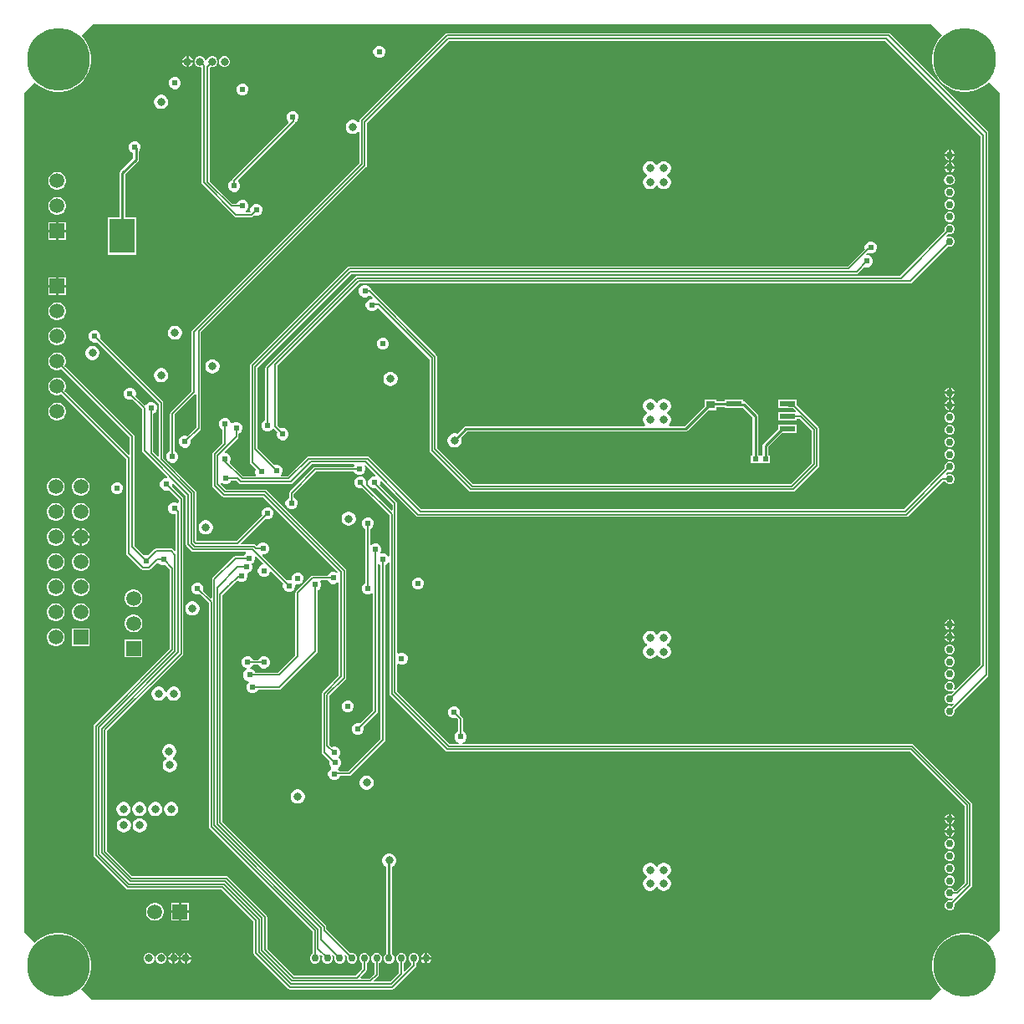
<source format=gbl>
G04*
G04 #@! TF.GenerationSoftware,Altium Limited,Altium Designer,21.1.1 (26)*
G04*
G04 Layer_Physical_Order=4*
G04 Layer_Color=16711680*
%FSLAX25Y25*%
%MOIN*%
G70*
G04*
G04 #@! TF.SameCoordinates,86C13C5E-EFD7-4FBB-8F38-476846F7A0A0*
G04*
G04*
G04 #@! TF.FilePolarity,Positive*
G04*
G01*
G75*
%ADD10C,0.00600*%
%ADD16C,0.01000*%
%ADD18R,0.02362X0.01968*%
%ADD78C,0.03000*%
%ADD80R,0.05906X0.05906*%
%ADD81C,0.05906*%
%ADD82C,0.02953*%
%ADD83C,0.03150*%
%ADD84R,0.05906X0.05906*%
%ADD85C,0.25000*%
%ADD86C,0.02420*%
%ADD87C,0.03200*%
%ADD95R,0.10236X0.13780*%
%ADD96R,0.06102X0.02165*%
%ADD97R,0.03543X0.03150*%
G36*
X364015Y391485D02*
X368487Y387013D01*
X367508Y386034D01*
X366296Y384366D01*
X365360Y382529D01*
X364723Y380568D01*
X364400Y378531D01*
Y376469D01*
X364723Y374432D01*
X365360Y372471D01*
X366296Y370634D01*
X367508Y368966D01*
X368966Y367508D01*
X370634Y366296D01*
X372471Y365360D01*
X374432Y364723D01*
X376469Y364400D01*
X378531D01*
X380568Y364723D01*
X382529Y365360D01*
X384366Y366296D01*
X386034Y367508D01*
X387013Y368487D01*
X391500Y364000D01*
X391500Y30000D01*
X386763Y25263D01*
X386034Y25992D01*
X384366Y27204D01*
X382529Y28140D01*
X380568Y28777D01*
X378531Y29100D01*
X376469D01*
X374432Y28777D01*
X372471Y28140D01*
X370634Y27204D01*
X368966Y25992D01*
X367508Y24534D01*
X366296Y22866D01*
X365360Y21029D01*
X364723Y19068D01*
X364400Y17031D01*
Y14969D01*
X364723Y12932D01*
X365360Y10971D01*
X366296Y9134D01*
X367508Y7466D01*
X368237Y6737D01*
X364000Y2500D01*
X29500Y2500D01*
X25263Y6737D01*
X25992Y7466D01*
X27204Y9134D01*
X28140Y10971D01*
X28777Y12932D01*
X29100Y14969D01*
Y17031D01*
X28777Y19068D01*
X28140Y21029D01*
X27204Y22866D01*
X25992Y24534D01*
X24534Y25992D01*
X22866Y27204D01*
X21029Y28140D01*
X19068Y28777D01*
X17031Y29100D01*
X14969D01*
X12932Y28777D01*
X10971Y28140D01*
X9134Y27204D01*
X7466Y25992D01*
X6737Y25263D01*
X2500Y29500D01*
Y364000D01*
X6737Y368237D01*
X7466Y367508D01*
X9134Y366296D01*
X10971Y365360D01*
X12932Y364723D01*
X14969Y364400D01*
X17031D01*
X19068Y364723D01*
X21029Y365360D01*
X22866Y366296D01*
X24534Y367508D01*
X25992Y368966D01*
X27204Y370634D01*
X28140Y372471D01*
X28777Y374432D01*
X29100Y376469D01*
Y378531D01*
X28777Y380568D01*
X28140Y382529D01*
X27204Y384366D01*
X25992Y386034D01*
X25263Y386763D01*
X30000Y391500D01*
X364015Y391485D01*
D02*
G37*
%LPC*%
G36*
X144479Y382910D02*
X143521D01*
X142635Y382543D01*
X141957Y381865D01*
X141590Y380979D01*
Y380021D01*
X141957Y379135D01*
X142635Y378457D01*
X143521Y378090D01*
X144479D01*
X145365Y378457D01*
X146043Y379135D01*
X146410Y380021D01*
Y380979D01*
X146043Y381865D01*
X145365Y382543D01*
X144479Y382910D01*
D02*
G37*
G36*
X68079Y378647D02*
Y377000D01*
X69726D01*
X69423Y377732D01*
X68811Y378344D01*
X68079Y378647D01*
D02*
G37*
G36*
X67079D02*
X66347Y378344D01*
X65735Y377732D01*
X65432Y377000D01*
X67079D01*
Y378647D01*
D02*
G37*
G36*
X77854Y378675D02*
X76989D01*
X76189Y378344D01*
X75577Y377732D01*
X75247Y376933D01*
Y376146D01*
X75094Y376026D01*
X75082Y376021D01*
X74883Y376023D01*
X74675Y376155D01*
Y376933D01*
X74344Y377732D01*
X73732Y378344D01*
X72933Y378675D01*
X72067D01*
X71268Y378344D01*
X70656Y377732D01*
X70325Y376933D01*
Y376067D01*
X70656Y375268D01*
X71268Y374656D01*
X72067Y374325D01*
X72933D01*
X73082Y374225D01*
Y328303D01*
X73152Y327952D01*
X73351Y327654D01*
X86154Y314851D01*
X86452Y314652D01*
X86803Y314582D01*
X93000D01*
X93351Y314652D01*
X93649Y314851D01*
X94073Y315275D01*
X94521Y315090D01*
X95479D01*
X96365Y315457D01*
X97043Y316135D01*
X97410Y317021D01*
Y317979D01*
X97043Y318865D01*
X96365Y319543D01*
X95479Y319910D01*
X94521D01*
X93635Y319543D01*
X92957Y318865D01*
X92590Y317979D01*
Y317021D01*
X92635Y316911D01*
X92298Y316418D01*
X90870D01*
X90771Y316918D01*
X90865Y316957D01*
X91543Y317635D01*
X91910Y318521D01*
Y319479D01*
X91543Y320365D01*
X90865Y321043D01*
X89979Y321410D01*
X89021D01*
X88135Y321043D01*
X87457Y320365D01*
X87271Y319918D01*
X85380D01*
X76418Y328880D01*
Y374083D01*
X76811Y374399D01*
X76989Y374325D01*
X77854D01*
X78653Y374656D01*
X79265Y375268D01*
X79596Y376067D01*
Y376933D01*
X79265Y377732D01*
X78653Y378344D01*
X77854Y378675D01*
D02*
G37*
G36*
X69726Y376000D02*
X68079D01*
Y374353D01*
X68811Y374656D01*
X69423Y375268D01*
X69726Y376000D01*
D02*
G37*
G36*
X67079D02*
X65432D01*
X65735Y375268D01*
X66347Y374656D01*
X67079Y374353D01*
Y376000D01*
D02*
G37*
G36*
X82775Y378675D02*
X81910D01*
X81111Y378344D01*
X80499Y377732D01*
X80168Y376933D01*
Y376067D01*
X80499Y375268D01*
X81111Y374656D01*
X81910Y374325D01*
X82775D01*
X83574Y374656D01*
X84186Y375268D01*
X84517Y376067D01*
Y376933D01*
X84186Y377732D01*
X83574Y378344D01*
X82775Y378675D01*
D02*
G37*
G36*
X62979Y370410D02*
X62021D01*
X61135Y370043D01*
X60457Y369365D01*
X60090Y368479D01*
Y367521D01*
X60457Y366635D01*
X61135Y365957D01*
X62021Y365590D01*
X62979D01*
X63865Y365957D01*
X64543Y366635D01*
X64910Y367521D01*
Y368479D01*
X64543Y369365D01*
X63865Y370043D01*
X62979Y370410D01*
D02*
G37*
G36*
X89979Y367910D02*
X89021D01*
X88135Y367543D01*
X87457Y366865D01*
X87090Y365979D01*
Y365021D01*
X87457Y364135D01*
X88135Y363457D01*
X89021Y363090D01*
X89979D01*
X90865Y363457D01*
X91543Y364135D01*
X91910Y365021D01*
Y365979D01*
X91543Y366865D01*
X90865Y367543D01*
X89979Y367910D01*
D02*
G37*
G36*
X57369Y363300D02*
X56631D01*
X55919Y363109D01*
X55281Y362741D01*
X54759Y362219D01*
X54391Y361581D01*
X54200Y360869D01*
Y360131D01*
X54391Y359419D01*
X54759Y358781D01*
X55281Y358259D01*
X55919Y357891D01*
X56631Y357700D01*
X57369D01*
X58081Y357891D01*
X58719Y358259D01*
X59241Y358781D01*
X59609Y359419D01*
X59800Y360131D01*
Y360869D01*
X59609Y361581D01*
X59241Y362219D01*
X58719Y362741D01*
X58081Y363109D01*
X57369Y363300D01*
D02*
G37*
G36*
X372000Y341304D02*
Y339764D01*
X373540D01*
X373260Y340440D01*
X372676Y341024D01*
X372000Y341304D01*
D02*
G37*
G36*
X371000Y341304D02*
X370324Y341024D01*
X369740Y340440D01*
X369460Y339764D01*
X371000D01*
Y341304D01*
D02*
G37*
G36*
Y338764D02*
X369460D01*
X369740Y338088D01*
X370324Y337504D01*
X371000Y337223D01*
Y338764D01*
D02*
G37*
G36*
X373540D02*
X372000D01*
Y337223D01*
X372676Y337504D01*
X373260Y338088D01*
X373540Y338764D01*
D02*
G37*
G36*
X257869Y336800D02*
X257131D01*
X256419Y336609D01*
X255781Y336241D01*
X255259Y335719D01*
X255039Y335337D01*
X254461D01*
X254241Y335719D01*
X253719Y336241D01*
X253081Y336609D01*
X252369Y336800D01*
X251631D01*
X250919Y336609D01*
X250281Y336241D01*
X249759Y335719D01*
X249391Y335081D01*
X249200Y334369D01*
Y333631D01*
X249391Y332919D01*
X249759Y332281D01*
X250281Y331759D01*
X250663Y331539D01*
Y330961D01*
X250281Y330741D01*
X249759Y330219D01*
X249391Y329581D01*
X249200Y328869D01*
Y328131D01*
X249391Y327419D01*
X249759Y326781D01*
X250281Y326259D01*
X250919Y325891D01*
X251631Y325700D01*
X252369D01*
X253081Y325891D01*
X253719Y326259D01*
X254241Y326781D01*
X254461Y327163D01*
X255039D01*
X255259Y326781D01*
X255781Y326259D01*
X256419Y325891D01*
X257131Y325700D01*
X257869D01*
X258581Y325891D01*
X259219Y326259D01*
X259741Y326781D01*
X260109Y327419D01*
X260300Y328131D01*
Y328869D01*
X260109Y329581D01*
X259741Y330219D01*
X259219Y330741D01*
X258837Y330961D01*
Y331539D01*
X259219Y331759D01*
X259741Y332281D01*
X260109Y332919D01*
X260300Y333631D01*
Y334369D01*
X260109Y335081D01*
X259741Y335719D01*
X259219Y336241D01*
X258581Y336609D01*
X257869Y336800D01*
D02*
G37*
G36*
X372000Y336383D02*
Y334842D01*
X373540D01*
X373260Y335519D01*
X372676Y336103D01*
X372000Y336383D01*
D02*
G37*
G36*
X371000D02*
X370324Y336103D01*
X369740Y335519D01*
X369460Y334842D01*
X371000D01*
Y336383D01*
D02*
G37*
G36*
X373540Y333842D02*
X372000D01*
Y332302D01*
X372676Y332582D01*
X373260Y333166D01*
X373540Y333842D01*
D02*
G37*
G36*
X371000D02*
X369460D01*
X369740Y333166D01*
X370324Y332582D01*
X371000Y332302D01*
Y333842D01*
D02*
G37*
G36*
X371500Y331562D02*
X371363D01*
X370544Y331399D01*
X369849Y330935D01*
X369385Y330241D01*
X369222Y329421D01*
X369385Y328602D01*
X369849Y327907D01*
X370544Y327443D01*
X371363Y327280D01*
X371500D01*
X371826Y327345D01*
X371913D01*
X371994Y327378D01*
X372319Y327443D01*
X372595Y327627D01*
X372676Y327661D01*
X372738Y327723D01*
X373014Y327907D01*
X373198Y328183D01*
X373260Y328245D01*
X373294Y328326D01*
X373478Y328602D01*
X373543Y328927D01*
X373576Y329008D01*
Y329096D01*
X373641Y329421D01*
X373576Y329747D01*
Y329834D01*
X373543Y329915D01*
X373478Y330241D01*
X373294Y330517D01*
X373260Y330597D01*
X373198Y330659D01*
X373014Y330935D01*
X372738Y331120D01*
X372676Y331182D01*
X372595Y331215D01*
X372319Y331399D01*
X371994Y331464D01*
X371913Y331498D01*
X371826D01*
X371500Y331562D01*
D02*
G37*
G36*
X15968Y332553D02*
X15032D01*
X14129Y332311D01*
X13319Y331843D01*
X12657Y331181D01*
X12189Y330371D01*
X11947Y329468D01*
Y328532D01*
X12189Y327629D01*
X12657Y326819D01*
X13319Y326157D01*
X14129Y325689D01*
X15032Y325447D01*
X15968D01*
X16871Y325689D01*
X17681Y326157D01*
X18343Y326819D01*
X18811Y327629D01*
X19053Y328532D01*
Y329468D01*
X18811Y330371D01*
X18343Y331181D01*
X17681Y331843D01*
X16871Y332311D01*
X15968Y332553D01*
D02*
G37*
G36*
X109979Y356910D02*
X109021D01*
X108135Y356543D01*
X107457Y355865D01*
X107090Y354979D01*
Y354021D01*
X107457Y353135D01*
X107793Y352798D01*
X107798Y352096D01*
X85489Y329787D01*
X85290Y329489D01*
X85240Y329237D01*
X84773Y329043D01*
X84095Y328365D01*
X83728Y327479D01*
Y326521D01*
X84095Y325635D01*
X84773Y324957D01*
X85659Y324590D01*
X86618D01*
X87504Y324957D01*
X88182Y325635D01*
X88548Y326521D01*
Y327479D01*
X88182Y328365D01*
X87776Y328771D01*
X87742Y329445D01*
X110390Y352092D01*
X110545Y352324D01*
X110865Y352457D01*
X111543Y353135D01*
X111910Y354021D01*
Y354979D01*
X111543Y355865D01*
X110865Y356543D01*
X109979Y356910D01*
D02*
G37*
G36*
X371913Y326576D02*
X371087D01*
X370324Y326260D01*
X369740Y325676D01*
X369424Y324913D01*
Y324087D01*
X369740Y323324D01*
X370324Y322740D01*
X371087Y322424D01*
X371913D01*
X372676Y322740D01*
X373260Y323324D01*
X373576Y324087D01*
Y324913D01*
X373260Y325676D01*
X372676Y326260D01*
X371913Y326576D01*
D02*
G37*
G36*
Y321655D02*
X371087D01*
X370324Y321339D01*
X369740Y320755D01*
X369424Y319992D01*
Y319166D01*
X369740Y318403D01*
X370324Y317818D01*
X371087Y317502D01*
X371913D01*
X372676Y317818D01*
X373260Y318403D01*
X373576Y319166D01*
Y319992D01*
X373260Y320755D01*
X372676Y321339D01*
X371913Y321655D01*
D02*
G37*
G36*
X15968Y322553D02*
X15032D01*
X14129Y322311D01*
X13319Y321843D01*
X12657Y321181D01*
X12189Y320371D01*
X11947Y319468D01*
Y318532D01*
X12189Y317629D01*
X12657Y316819D01*
X13319Y316157D01*
X14129Y315689D01*
X15032Y315447D01*
X15968D01*
X16871Y315689D01*
X17681Y316157D01*
X18343Y316819D01*
X18811Y317629D01*
X19053Y318532D01*
Y319468D01*
X18811Y320371D01*
X18343Y321181D01*
X17681Y321843D01*
X16871Y322311D01*
X15968Y322553D01*
D02*
G37*
G36*
X371913Y316734D02*
X371087D01*
X370324Y316418D01*
X369740Y315834D01*
X369424Y315071D01*
Y314245D01*
X369740Y313481D01*
X370324Y312897D01*
X371087Y312581D01*
X371913D01*
X372676Y312897D01*
X373260Y313481D01*
X373576Y314245D01*
Y315071D01*
X373260Y315834D01*
X372676Y316418D01*
X371913Y316734D01*
D02*
G37*
G36*
X19053Y312553D02*
X16000D01*
Y309500D01*
X19053D01*
Y312553D01*
D02*
G37*
G36*
X15000D02*
X11947D01*
Y309500D01*
X15000D01*
Y312553D01*
D02*
G37*
G36*
X371913Y311813D02*
X371087D01*
X370324Y311496D01*
X369740Y310912D01*
X369424Y310149D01*
Y309323D01*
X369531Y309065D01*
X351584Y291118D01*
X135200D01*
X134849Y291048D01*
X134551Y290849D01*
X98851Y255149D01*
X98652Y254851D01*
X98582Y254500D01*
Y233727D01*
X98135Y233541D01*
X97457Y232863D01*
X97090Y231977D01*
Y231018D01*
X97457Y230133D01*
X98135Y229454D01*
X99021Y229088D01*
X99979D01*
X100865Y229454D01*
X101465Y230054D01*
X101566Y230132D01*
X102080Y230122D01*
X103275Y228927D01*
X103090Y228479D01*
Y227521D01*
X103457Y226635D01*
X104135Y225957D01*
X105021Y225590D01*
X105979D01*
X106865Y225957D01*
X107543Y226635D01*
X107910Y227521D01*
Y228479D01*
X107543Y229365D01*
X106865Y230043D01*
X105979Y230410D01*
X105021D01*
X104573Y230225D01*
X103418Y231380D01*
Y255423D01*
X136077Y288082D01*
X355685D01*
X356036Y288152D01*
X356334Y288351D01*
X370828Y302846D01*
X371087Y302739D01*
X371913D01*
X372676Y303055D01*
X373260Y303639D01*
X373576Y304402D01*
Y305228D01*
X373260Y305991D01*
X372676Y306575D01*
X371913Y306891D01*
X371087D01*
X370324Y306575D01*
X370004Y306943D01*
X370828Y307767D01*
X371087Y307660D01*
X371913D01*
X372676Y307976D01*
X373260Y308560D01*
X373576Y309323D01*
Y310149D01*
X373260Y310912D01*
X372676Y311496D01*
X371913Y311813D01*
D02*
G37*
G36*
X19053Y308500D02*
X16000D01*
Y305447D01*
X19053D01*
Y308500D01*
D02*
G37*
G36*
X15000D02*
X11947D01*
Y305447D01*
X15000D01*
Y308500D01*
D02*
G37*
G36*
X340479Y304910D02*
X339521D01*
X338635Y304543D01*
X337957Y303865D01*
X337590Y302979D01*
Y302021D01*
X337629Y301926D01*
X330620Y294918D01*
X132000D01*
X131649Y294848D01*
X131351Y294649D01*
X92651Y255949D01*
X92452Y255651D01*
X92382Y255300D01*
Y216700D01*
X92452Y216349D01*
X92651Y216051D01*
X94775Y213927D01*
X94590Y213479D01*
Y212521D01*
X94927Y211707D01*
X94731Y211207D01*
X89787D01*
X84402Y216592D01*
X84543Y216733D01*
X84910Y217619D01*
Y218578D01*
X84543Y219464D01*
X83865Y220142D01*
X82979Y220509D01*
X82510D01*
X82303Y221009D01*
X87649Y226355D01*
X87848Y226653D01*
X87918Y227004D01*
Y228271D01*
X88365Y228457D01*
X89043Y229135D01*
X89410Y230021D01*
Y230979D01*
X89043Y231865D01*
X88365Y232543D01*
X87479Y232910D01*
X86521D01*
X85635Y232543D01*
X85410Y232319D01*
X84910Y232479D01*
X84543Y233365D01*
X83865Y234043D01*
X82979Y234410D01*
X82021D01*
X81135Y234043D01*
X80457Y233365D01*
X80090Y232479D01*
Y231521D01*
X80457Y230635D01*
X81135Y229957D01*
X81582Y229771D01*
Y224581D01*
X77651Y220650D01*
X77452Y220352D01*
X77382Y220001D01*
Y207503D01*
X77452Y207152D01*
X77651Y206854D01*
X81354Y203151D01*
X81652Y202952D01*
X82003Y202882D01*
X97623D01*
X127529Y172976D01*
X127522Y172942D01*
X127176Y172781D01*
X126973Y172745D01*
X126154Y173084D01*
X125195D01*
X124309Y172717D01*
X123631Y172039D01*
X123445Y171592D01*
X117278D01*
X116927Y171522D01*
X116629Y171323D01*
X110851Y165545D01*
X110652Y165247D01*
X110582Y164896D01*
Y139880D01*
X103620Y132918D01*
X94498D01*
X94333Y133317D01*
X93655Y133995D01*
X92769Y134362D01*
X92628D01*
X92528Y134862D01*
X92834Y134988D01*
X93512Y135666D01*
X93691Y136098D01*
X95765D01*
X95957Y135635D01*
X96635Y134957D01*
X97521Y134590D01*
X98479D01*
X99365Y134957D01*
X100043Y135635D01*
X100410Y136521D01*
Y137479D01*
X100043Y138365D01*
X99365Y139043D01*
X98479Y139410D01*
X97521D01*
X96635Y139043D01*
X95957Y138365D01*
X95778Y137933D01*
X93704D01*
X93512Y138397D01*
X92834Y139075D01*
X91948Y139442D01*
X90989D01*
X90103Y139075D01*
X89425Y138397D01*
X89058Y137511D01*
Y136552D01*
X89425Y135666D01*
X90103Y134988D01*
X90989Y134621D01*
X91130D01*
X91230Y134121D01*
X90925Y133995D01*
X90246Y133317D01*
X89880Y132431D01*
Y131472D01*
X90246Y130586D01*
X90925Y129908D01*
X91810Y129541D01*
X91923D01*
X92054Y129201D01*
X92070Y129041D01*
X91425Y128397D01*
X91058Y127511D01*
Y126552D01*
X91425Y125666D01*
X92103Y124988D01*
X92989Y124621D01*
X93948D01*
X94834Y124988D01*
X95512Y125666D01*
X95684Y126082D01*
X104000D01*
X104351Y126152D01*
X104649Y126351D01*
X119117Y140820D01*
X119316Y141117D01*
X119386Y141469D01*
Y165735D01*
X119834Y165921D01*
X120512Y166599D01*
X120879Y167484D01*
Y168443D01*
X120542Y169256D01*
X120738Y169756D01*
X123445D01*
X123631Y169309D01*
X124309Y168631D01*
X125195Y168264D01*
X126154D01*
X127040Y168631D01*
X127382Y168974D01*
X127882Y168767D01*
Y131680D01*
X121351Y125149D01*
X121152Y124851D01*
X121082Y124500D01*
Y101000D01*
X121152Y100649D01*
X121351Y100351D01*
X124051Y97651D01*
X123980Y97479D01*
Y96521D01*
X124347Y95635D01*
X124820Y95161D01*
X124725Y94581D01*
X124635Y94543D01*
X123957Y93865D01*
X123590Y92979D01*
Y92021D01*
X123957Y91135D01*
X124635Y90457D01*
X125521Y90090D01*
X126479D01*
X127365Y90457D01*
X128043Y91135D01*
X128288Y91724D01*
X132142D01*
X132493Y91794D01*
X132791Y91993D01*
X146149Y105351D01*
X146348Y105649D01*
X146418Y106000D01*
Y175771D01*
X146865Y175957D01*
X147543Y176635D01*
X147582Y176729D01*
X148082Y176629D01*
Y124500D01*
X148152Y124149D01*
X148351Y123851D01*
X170551Y101651D01*
X170849Y101452D01*
X171200Y101382D01*
X355623D01*
X377382Y79623D01*
Y49180D01*
X374092Y45890D01*
X373367D01*
X373260Y46149D01*
X372676Y46733D01*
X371913Y47049D01*
X371087D01*
X370324Y46733D01*
X369740Y46149D01*
X369424Y45386D01*
Y44559D01*
X369740Y43796D01*
X370324Y43212D01*
X371087Y42896D01*
X371913D01*
X372676Y43212D01*
X372996Y42845D01*
X372172Y42020D01*
X371913Y42128D01*
X371087D01*
X370324Y41811D01*
X369740Y41227D01*
X369424Y40464D01*
Y39638D01*
X369740Y38875D01*
X370324Y38291D01*
X371087Y37975D01*
X371913D01*
X372676Y38291D01*
X373260Y38875D01*
X373576Y39638D01*
Y40464D01*
X373469Y40723D01*
X380149Y47402D01*
X380348Y47700D01*
X380418Y48051D01*
Y80500D01*
X380348Y80851D01*
X380149Y81149D01*
X357149Y104149D01*
X356851Y104348D01*
X356500Y104418D01*
X177171D01*
X177071Y104918D01*
X177865Y105246D01*
X178543Y105924D01*
X178910Y106810D01*
Y107769D01*
X178543Y108655D01*
X177865Y109333D01*
X177418Y109519D01*
Y114500D01*
X177348Y114851D01*
X177149Y115149D01*
X176051Y116247D01*
X176236Y116695D01*
Y117654D01*
X175869Y118540D01*
X175191Y119218D01*
X174305Y119584D01*
X173346D01*
X172460Y119218D01*
X171783Y118540D01*
X171416Y117654D01*
Y116695D01*
X171783Y115809D01*
X172460Y115131D01*
X173346Y114764D01*
X174305D01*
X174753Y114949D01*
X175582Y114120D01*
Y109519D01*
X175135Y109333D01*
X174457Y108655D01*
X174090Y107769D01*
Y106810D01*
X174457Y105924D01*
X175135Y105246D01*
X175928Y104918D01*
X175829Y104418D01*
X172077D01*
X151118Y125377D01*
Y136231D01*
X151618Y136427D01*
X152431Y136090D01*
X153390D01*
X154276Y136457D01*
X154954Y137135D01*
X155321Y138021D01*
Y138979D01*
X154954Y139865D01*
X154276Y140543D01*
X153390Y140910D01*
X152431D01*
X151618Y140573D01*
X151118Y140769D01*
Y200300D01*
X151048Y200651D01*
X150849Y200949D01*
X144163Y207634D01*
X144410Y208231D01*
Y209085D01*
X144710Y209281D01*
X144872Y209330D01*
X158951Y195251D01*
X159249Y195052D01*
X159600Y194982D01*
X354125D01*
X354476Y195052D01*
X354773Y195251D01*
X368656Y209134D01*
X369633D01*
X369740Y208875D01*
X370324Y208291D01*
X371087Y207975D01*
X371913D01*
X372676Y208291D01*
X373260Y208875D01*
X373576Y209638D01*
Y210464D01*
X373260Y211227D01*
X372676Y211811D01*
X371913Y212128D01*
X371087D01*
X370324Y211811D01*
X370004Y212179D01*
X370828Y213003D01*
X371087Y212896D01*
X371913D01*
X372676Y213212D01*
X373260Y213796D01*
X373576Y214559D01*
Y215386D01*
X373260Y216149D01*
X372676Y216733D01*
X371913Y217049D01*
X371087D01*
X370324Y216733D01*
X369740Y216149D01*
X369424Y215386D01*
Y214559D01*
X369531Y214301D01*
X353247Y198018D01*
X160780D01*
X139949Y218849D01*
X139651Y219048D01*
X139300Y219118D01*
X115700D01*
X115349Y219048D01*
X115051Y218849D01*
X107410Y211207D01*
X104823D01*
X104616Y211707D01*
X105043Y212135D01*
X105410Y213021D01*
Y213979D01*
X105043Y214865D01*
X104365Y215543D01*
X103479Y215910D01*
X102521D01*
X102073Y215725D01*
X95418Y222380D01*
Y254423D01*
X132877Y291882D01*
X334300D01*
X334651Y291952D01*
X334949Y292151D01*
X337573Y294775D01*
X338021Y294590D01*
X338979D01*
X339865Y294957D01*
X340543Y295635D01*
X340910Y296521D01*
Y297479D01*
X340543Y298365D01*
X339865Y299043D01*
X338979Y299410D01*
X338415D01*
X338208Y299910D01*
X338719Y300422D01*
X339521Y300090D01*
X340479D01*
X341365Y300457D01*
X342043Y301135D01*
X342410Y302021D01*
Y302979D01*
X342043Y303865D01*
X341365Y304543D01*
X340479Y304910D01*
D02*
G37*
G36*
X46979Y344910D02*
X46021D01*
X45135Y344543D01*
X44457Y343865D01*
X44090Y342979D01*
Y342021D01*
X44457Y341135D01*
X45135Y340457D01*
X45878Y340149D01*
Y337965D01*
X40707Y332793D01*
X40464Y332429D01*
X40378Y332000D01*
X40378Y332000D01*
Y314490D01*
X35782D01*
Y299510D01*
X47218D01*
Y314490D01*
X42622D01*
Y331535D01*
X47793Y336707D01*
X47793Y336707D01*
X48036Y337071D01*
X48122Y337500D01*
Y340713D01*
X48543Y341135D01*
X48910Y342021D01*
Y342979D01*
X48543Y343865D01*
X47865Y344543D01*
X46979Y344910D01*
D02*
G37*
G36*
X19053Y290553D02*
X16000D01*
Y287500D01*
X19053D01*
Y290553D01*
D02*
G37*
G36*
X15000D02*
X11947D01*
Y287500D01*
X15000D01*
Y290553D01*
D02*
G37*
G36*
X19053Y286500D02*
X16000D01*
Y283447D01*
X19053D01*
Y286500D01*
D02*
G37*
G36*
X15000D02*
X11947D01*
Y283447D01*
X15000D01*
Y286500D01*
D02*
G37*
G36*
X15968Y280553D02*
X15032D01*
X14129Y280311D01*
X13319Y279843D01*
X12657Y279181D01*
X12189Y278371D01*
X11947Y277468D01*
Y276532D01*
X12189Y275629D01*
X12657Y274819D01*
X13319Y274157D01*
X14129Y273689D01*
X15032Y273447D01*
X15968D01*
X16871Y273689D01*
X17681Y274157D01*
X18343Y274819D01*
X18811Y275629D01*
X19053Y276532D01*
Y277468D01*
X18811Y278371D01*
X18343Y279181D01*
X17681Y279843D01*
X16871Y280311D01*
X15968Y280553D01*
D02*
G37*
G36*
X62900Y271269D02*
X62163D01*
X61451Y271078D01*
X60812Y270709D01*
X60291Y270188D01*
X59922Y269549D01*
X59732Y268837D01*
Y268100D01*
X59922Y267388D01*
X60291Y266749D01*
X60812Y266228D01*
X61451Y265859D01*
X62163Y265669D01*
X62900D01*
X63612Y265859D01*
X64251Y266228D01*
X64772Y266749D01*
X65141Y267388D01*
X65332Y268100D01*
Y268837D01*
X65141Y269549D01*
X64772Y270188D01*
X64251Y270709D01*
X63612Y271078D01*
X62900Y271269D01*
D02*
G37*
G36*
X15968Y270553D02*
X15032D01*
X14129Y270311D01*
X13319Y269843D01*
X12657Y269181D01*
X12189Y268371D01*
X11947Y267468D01*
Y266532D01*
X12189Y265629D01*
X12657Y264819D01*
X13319Y264157D01*
X14129Y263689D01*
X15032Y263447D01*
X15968D01*
X16871Y263689D01*
X17681Y264157D01*
X18343Y264819D01*
X18811Y265629D01*
X19053Y266532D01*
Y267468D01*
X18811Y268371D01*
X18343Y269181D01*
X17681Y269843D01*
X16871Y270311D01*
X15968Y270553D01*
D02*
G37*
G36*
X145979Y266489D02*
X145021D01*
X144135Y266122D01*
X143457Y265444D01*
X143090Y264558D01*
Y263599D01*
X143457Y262713D01*
X144135Y262035D01*
X145021Y261668D01*
X145979D01*
X146865Y262035D01*
X147543Y262713D01*
X147910Y263599D01*
Y264558D01*
X147543Y265444D01*
X146865Y266122D01*
X145979Y266489D01*
D02*
G37*
G36*
X30023Y263146D02*
X29286D01*
X28574Y262955D01*
X27935Y262586D01*
X27414Y262065D01*
X27045Y261426D01*
X26854Y260714D01*
Y259977D01*
X27045Y259265D01*
X27414Y258627D01*
X27935Y258105D01*
X28574Y257736D01*
X29286Y257546D01*
X30023D01*
X30735Y257736D01*
X31374Y258105D01*
X31895Y258627D01*
X32263Y259265D01*
X32454Y259977D01*
Y260714D01*
X32263Y261426D01*
X31895Y262065D01*
X31374Y262586D01*
X30735Y262955D01*
X30023Y263146D01*
D02*
G37*
G36*
X77869Y257800D02*
X77131D01*
X76419Y257609D01*
X75781Y257241D01*
X75259Y256719D01*
X74891Y256081D01*
X74700Y255369D01*
Y254631D01*
X74891Y253919D01*
X75259Y253281D01*
X75781Y252759D01*
X76419Y252391D01*
X77131Y252200D01*
X77869D01*
X78581Y252391D01*
X79219Y252759D01*
X79741Y253281D01*
X80109Y253919D01*
X80300Y254631D01*
Y255369D01*
X80109Y256081D01*
X79741Y256719D01*
X79219Y257241D01*
X78581Y257609D01*
X77869Y257800D01*
D02*
G37*
G36*
X57369Y254300D02*
X56631D01*
X55919Y254109D01*
X55281Y253741D01*
X54759Y253219D01*
X54391Y252581D01*
X54200Y251869D01*
Y251131D01*
X54391Y250419D01*
X54759Y249781D01*
X55281Y249259D01*
X55919Y248891D01*
X56631Y248700D01*
X57369D01*
X58081Y248891D01*
X58719Y249259D01*
X59241Y249781D01*
X59609Y250419D01*
X59800Y251131D01*
Y251869D01*
X59609Y252581D01*
X59241Y253219D01*
X58719Y253741D01*
X58081Y254109D01*
X57369Y254300D01*
D02*
G37*
G36*
X148869Y252800D02*
X148131D01*
X147419Y252609D01*
X146781Y252241D01*
X146259Y251719D01*
X145891Y251081D01*
X145700Y250369D01*
Y249631D01*
X145891Y248919D01*
X146259Y248281D01*
X146781Y247759D01*
X147419Y247391D01*
X148131Y247200D01*
X148869D01*
X149581Y247391D01*
X150219Y247759D01*
X150741Y248281D01*
X151109Y248919D01*
X151300Y249631D01*
Y250369D01*
X151109Y251081D01*
X150741Y251719D01*
X150219Y252241D01*
X149581Y252609D01*
X148869Y252800D01*
D02*
G37*
G36*
X372000Y246540D02*
Y245000D01*
X373540D01*
X373260Y245676D01*
X372676Y246260D01*
X372000Y246540D01*
D02*
G37*
G36*
X371000D02*
X370324Y246260D01*
X369740Y245676D01*
X369460Y245000D01*
X371000D01*
Y246540D01*
D02*
G37*
G36*
X373540Y244000D02*
X372000D01*
Y242460D01*
X372676Y242740D01*
X373260Y243324D01*
X373540Y244000D01*
D02*
G37*
G36*
X371000D02*
X369460D01*
X369740Y243324D01*
X370324Y242740D01*
X371000Y242460D01*
Y244000D01*
D02*
G37*
G36*
X257869Y242036D02*
X257131D01*
X256419Y241845D01*
X255781Y241477D01*
X255259Y240955D01*
X255039Y240573D01*
X254461D01*
X254241Y240955D01*
X253719Y241477D01*
X253081Y241845D01*
X252369Y242036D01*
X251631D01*
X250919Y241845D01*
X250281Y241477D01*
X249759Y240955D01*
X249391Y240317D01*
X249200Y239605D01*
Y238868D01*
X249391Y238156D01*
X249759Y237517D01*
X250281Y236996D01*
X250663Y236775D01*
Y236197D01*
X250281Y235977D01*
X249759Y235455D01*
X249391Y234817D01*
X249200Y234105D01*
Y233368D01*
X249391Y232656D01*
X249759Y232017D01*
X250055Y231722D01*
X249848Y231222D01*
X178600D01*
X178600Y231222D01*
X178171Y231136D01*
X177807Y230893D01*
X177807Y230893D01*
X175035Y228121D01*
X174369Y228300D01*
X173631D01*
X172919Y228109D01*
X172281Y227741D01*
X171759Y227219D01*
X171391Y226581D01*
X171200Y225869D01*
Y225131D01*
X171391Y224419D01*
X171759Y223781D01*
X172281Y223259D01*
X172919Y222891D01*
X173631Y222700D01*
X174369D01*
X175081Y222891D01*
X175719Y223259D01*
X176241Y223781D01*
X176609Y224419D01*
X176800Y225131D01*
Y225869D01*
X176621Y226535D01*
X179065Y228978D01*
X266147D01*
X266147Y228978D01*
X266577Y229064D01*
X266940Y229307D01*
X275215Y237581D01*
X278372D01*
Y238878D01*
X281719D01*
Y238317D01*
X289021D01*
X289021Y238317D01*
Y238317D01*
X289488Y238195D01*
X292910Y234773D01*
Y219584D01*
X292250D01*
Y216416D01*
X295687D01*
X295813Y216416D01*
X296187D01*
X296313Y216416D01*
X299750D01*
Y219584D01*
X299090D01*
Y222843D01*
X304565Y228317D01*
X310281D01*
Y231683D01*
X302979D01*
Y229903D01*
X297176Y224100D01*
X296932Y223736D01*
X296847Y223307D01*
X296847Y223307D01*
Y219938D01*
X296493Y219584D01*
X295813Y219584D01*
X295687Y219584D01*
X295153D01*
Y235238D01*
X295153Y235238D01*
X295068Y235667D01*
X294825Y236031D01*
X290128Y240727D01*
X289765Y240970D01*
X289335Y241055D01*
X289021Y241401D01*
Y241683D01*
X281719D01*
Y241122D01*
X278372D01*
Y241931D01*
X273628D01*
Y239167D01*
X265683Y231222D01*
X259652D01*
X259445Y231722D01*
X259741Y232017D01*
X260109Y232656D01*
X260300Y233368D01*
Y234105D01*
X260109Y234817D01*
X259741Y235455D01*
X259219Y235977D01*
X258837Y236197D01*
Y236775D01*
X259219Y236996D01*
X259741Y237517D01*
X260109Y238156D01*
X260300Y238868D01*
Y239605D01*
X260109Y240317D01*
X259741Y240955D01*
X259219Y241477D01*
X258581Y241845D01*
X257869Y242036D01*
D02*
G37*
G36*
X372000Y241619D02*
Y240079D01*
X373540D01*
X373260Y240755D01*
X372676Y241339D01*
X372000Y241619D01*
D02*
G37*
G36*
X371000D02*
X370324Y241339D01*
X369740Y240755D01*
X369460Y240079D01*
X371000D01*
Y241619D01*
D02*
G37*
G36*
X373540Y239079D02*
X372000D01*
Y237538D01*
X372676Y237819D01*
X373260Y238403D01*
X373540Y239079D01*
D02*
G37*
G36*
X371000D02*
X369460D01*
X369740Y238403D01*
X370324Y237819D01*
X371000Y237538D01*
Y239079D01*
D02*
G37*
G36*
X15968Y240553D02*
X15032D01*
X14129Y240311D01*
X13319Y239843D01*
X12657Y239181D01*
X12189Y238371D01*
X11947Y237468D01*
Y236532D01*
X12189Y235629D01*
X12657Y234819D01*
X13319Y234157D01*
X14129Y233689D01*
X15032Y233447D01*
X15968D01*
X16871Y233689D01*
X17681Y234157D01*
X18343Y234819D01*
X18811Y235629D01*
X19053Y236532D01*
Y237468D01*
X18811Y238371D01*
X18343Y239181D01*
X17681Y239843D01*
X16871Y240311D01*
X15968Y240553D01*
D02*
G37*
G36*
X371913Y236734D02*
X371087D01*
X370324Y236418D01*
X369740Y235834D01*
X369424Y235070D01*
Y234244D01*
X369740Y233481D01*
X370324Y232897D01*
X371087Y232581D01*
X371913D01*
X372676Y232897D01*
X373260Y233481D01*
X373576Y234244D01*
Y235070D01*
X373260Y235834D01*
X372676Y236418D01*
X371913Y236734D01*
D02*
G37*
G36*
Y231813D02*
X371087D01*
X370324Y231497D01*
X369740Y230912D01*
X369424Y230149D01*
Y229323D01*
X369740Y228560D01*
X370324Y227976D01*
X371087Y227660D01*
X371913D01*
X372676Y227976D01*
X373260Y228560D01*
X373576Y229323D01*
Y230149D01*
X373260Y230912D01*
X372676Y231497D01*
X371913Y231813D01*
D02*
G37*
G36*
Y226891D02*
X371087D01*
X370324Y226575D01*
X369740Y225991D01*
X369424Y225228D01*
Y224402D01*
X369740Y223639D01*
X370324Y223055D01*
X371087Y222739D01*
X371913D01*
X372676Y223055D01*
X373260Y223639D01*
X373576Y224402D01*
Y225228D01*
X373260Y225991D01*
X372676Y226575D01*
X371913Y226891D01*
D02*
G37*
G36*
X30979Y269410D02*
X30021D01*
X29135Y269043D01*
X28457Y268365D01*
X28090Y267479D01*
Y266521D01*
X28457Y265635D01*
X29135Y264957D01*
X30021Y264590D01*
X30979D01*
X31427Y264775D01*
X56082Y240120D01*
Y219172D01*
X55620Y218980D01*
X53918Y220683D01*
Y236271D01*
X54365Y236457D01*
X55043Y237135D01*
X55410Y238021D01*
Y238979D01*
X55043Y239865D01*
X54365Y240543D01*
X53479Y240910D01*
X52521D01*
X51635Y240543D01*
X50957Y239865D01*
X50887Y239696D01*
X50396Y239598D01*
X46823Y243171D01*
X47009Y243619D01*
Y244578D01*
X46642Y245464D01*
X45964Y246142D01*
X45078Y246509D01*
X44119D01*
X43233Y246142D01*
X42555Y245464D01*
X42188Y244578D01*
Y243619D01*
X42555Y242733D01*
X43233Y242055D01*
X44119Y241688D01*
X45078D01*
X45526Y241874D01*
X49372Y238027D01*
Y221316D01*
X49442Y220965D01*
X49641Y220667D01*
X59398Y210910D01*
X59191Y210410D01*
X58521D01*
X57635Y210043D01*
X56957Y209365D01*
X56590Y208479D01*
Y207521D01*
X56957Y206635D01*
X57635Y205957D01*
X58521Y205590D01*
X59479D01*
X59927Y205775D01*
X64082Y201620D01*
Y200769D01*
X63582Y200573D01*
X62769Y200910D01*
X61810D01*
X60925Y200543D01*
X60246Y199865D01*
X59879Y198979D01*
Y198021D01*
X60246Y197135D01*
X60925Y196457D01*
X61810Y196090D01*
X62769D01*
X62882Y196014D01*
Y181569D01*
X62420Y181377D01*
X61649Y182149D01*
X61351Y182348D01*
X61000Y182418D01*
X55000D01*
X54649Y182348D01*
X54351Y182149D01*
X51927Y179725D01*
X51479Y179910D01*
X50521D01*
X50073Y179725D01*
X46418Y183380D01*
Y227000D01*
X46348Y227351D01*
X46149Y227649D01*
X18576Y255222D01*
X18811Y255629D01*
X19053Y256532D01*
Y257468D01*
X18811Y258371D01*
X18343Y259181D01*
X17681Y259843D01*
X16871Y260311D01*
X15968Y260553D01*
X15032D01*
X14129Y260311D01*
X13319Y259843D01*
X12657Y259181D01*
X12189Y258371D01*
X11947Y257468D01*
Y256532D01*
X12189Y255629D01*
X12657Y254819D01*
X13319Y254157D01*
X14129Y253689D01*
X15032Y253447D01*
X15968D01*
X16871Y253689D01*
X17278Y253924D01*
X44582Y226620D01*
Y219869D01*
X44120Y219677D01*
X18576Y245222D01*
X18811Y245629D01*
X19053Y246532D01*
Y247468D01*
X18811Y248371D01*
X18343Y249181D01*
X17681Y249843D01*
X16871Y250311D01*
X15968Y250553D01*
X15032D01*
X14129Y250311D01*
X13319Y249843D01*
X12657Y249181D01*
X12189Y248371D01*
X11947Y247468D01*
Y246532D01*
X12189Y245629D01*
X12657Y244819D01*
X13319Y244157D01*
X14129Y243689D01*
X15032Y243447D01*
X15968D01*
X16871Y243689D01*
X17278Y243924D01*
X43082Y218120D01*
Y180500D01*
X43152Y180149D01*
X43351Y179851D01*
X48853Y174349D01*
X48853Y174349D01*
X49061Y174141D01*
X49359Y173942D01*
X49710Y173872D01*
X52123D01*
X52474Y173942D01*
X52772Y174141D01*
X55423Y176792D01*
X55913Y176695D01*
X55925Y176666D01*
X56603Y175988D01*
X57489Y175621D01*
X58448D01*
X58896Y175807D01*
X60482Y174220D01*
Y142371D01*
X30351Y112240D01*
X30152Y111942D01*
X30082Y111591D01*
Y60000D01*
X30152Y59649D01*
X30351Y59351D01*
X43051Y46651D01*
X43349Y46452D01*
X43700Y46382D01*
X81123D01*
X93882Y33623D01*
Y21003D01*
X93952Y20652D01*
X94151Y20354D01*
X107654Y6851D01*
X107952Y6652D01*
X108303Y6582D01*
X149197D01*
X149548Y6652D01*
X149846Y6851D01*
X158413Y15418D01*
X158612Y15716D01*
X158681Y16067D01*
Y17133D01*
X158940Y17240D01*
X159524Y17824D01*
X159840Y18587D01*
Y19413D01*
X159524Y20176D01*
X158940Y20760D01*
X158177Y21076D01*
X157351D01*
X156588Y20760D01*
X156003Y20176D01*
X155687Y19413D01*
Y18587D01*
X156003Y17824D01*
X156588Y17240D01*
X156846Y17133D01*
Y16447D01*
X154222Y13823D01*
X153760Y14014D01*
Y17133D01*
X154019Y17240D01*
X154603Y17824D01*
X154919Y18587D01*
Y19413D01*
X154603Y20176D01*
X154019Y20760D01*
X153255Y21076D01*
X152429D01*
X151666Y20760D01*
X151082Y20176D01*
X150766Y19413D01*
Y18587D01*
X151082Y17824D01*
X151666Y17240D01*
X151925Y17133D01*
Y13223D01*
X148320Y9618D01*
X142069D01*
X141877Y10080D01*
X143649Y11851D01*
X143848Y12149D01*
X143918Y12500D01*
Y17133D01*
X144176Y17240D01*
X144760Y17824D01*
X145076Y18587D01*
Y19413D01*
X144760Y20176D01*
X144176Y20760D01*
X143413Y21076D01*
X142587D01*
X141824Y20760D01*
X141240Y20176D01*
X140924Y19413D01*
Y18587D01*
X141240Y17824D01*
X141824Y17240D01*
X142082Y17133D01*
Y12880D01*
X140120Y10918D01*
X136669D01*
X136477Y11380D01*
X138728Y13630D01*
X138926Y13928D01*
X138996Y14279D01*
Y17133D01*
X139255Y17240D01*
X139839Y17824D01*
X140155Y18587D01*
Y19413D01*
X139839Y20176D01*
X139255Y20760D01*
X138492Y21076D01*
X137666D01*
X136903Y20760D01*
X136319Y20176D01*
X136002Y19413D01*
Y18587D01*
X136319Y17824D01*
X136903Y17240D01*
X137161Y17133D01*
Y14659D01*
X134620Y12118D01*
X110074D01*
X99318Y22874D01*
Y35494D01*
X99248Y35845D01*
X99049Y36143D01*
X83643Y51549D01*
X83345Y51748D01*
X82994Y51818D01*
X45571D01*
X35518Y61871D01*
Y109720D01*
X65649Y139851D01*
X65848Y140149D01*
X65918Y140500D01*
Y202000D01*
X65848Y202351D01*
X65649Y202649D01*
X61225Y207073D01*
X61410Y207521D01*
Y208191D01*
X61910Y208398D01*
X66882Y203426D01*
Y184003D01*
X66952Y183652D01*
X67151Y183354D01*
X69154Y181351D01*
X69452Y181152D01*
X69803Y181082D01*
X90630D01*
X90729Y180582D01*
X90635Y180543D01*
X89957Y179865D01*
X89771Y179418D01*
X86700D01*
X86349Y179348D01*
X86051Y179149D01*
X77551Y170649D01*
X77352Y170351D01*
X77282Y170000D01*
Y162669D01*
X76820Y162477D01*
X73725Y165573D01*
X73910Y166021D01*
Y166979D01*
X73543Y167865D01*
X72865Y168543D01*
X71979Y168910D01*
X71021D01*
X70135Y168543D01*
X69457Y167865D01*
X69090Y166979D01*
Y166021D01*
X69457Y165135D01*
X70135Y164457D01*
X71021Y164090D01*
X71979D01*
X72427Y164275D01*
X76082Y160620D01*
Y71500D01*
X76152Y71149D01*
X76351Y70851D01*
X117476Y29726D01*
Y20867D01*
X117218Y20760D01*
X116633Y20176D01*
X116317Y19413D01*
Y18587D01*
X116633Y17824D01*
X117218Y17240D01*
X117981Y16924D01*
X118807D01*
X119570Y17240D01*
X120154Y17824D01*
X120470Y18587D01*
Y19413D01*
X120154Y20176D01*
X120522Y20496D01*
X121346Y19672D01*
X121239Y19413D01*
Y18587D01*
X121555Y17824D01*
X122139Y17240D01*
X122902Y16924D01*
X123728D01*
X124491Y17240D01*
X125075Y17824D01*
X125391Y18587D01*
Y19413D01*
X125075Y20176D01*
X125443Y20496D01*
X126267Y19672D01*
X126160Y19413D01*
Y18587D01*
X126476Y17824D01*
X127060Y17240D01*
X127823Y16924D01*
X128649D01*
X129412Y17240D01*
X129997Y17824D01*
X130313Y18587D01*
Y19413D01*
X129997Y20176D01*
X130364Y20496D01*
X131188Y19672D01*
X131081Y19413D01*
Y18587D01*
X131397Y17824D01*
X131981Y17240D01*
X132745Y16924D01*
X133571D01*
X134334Y17240D01*
X134918Y17824D01*
X135234Y18587D01*
Y19413D01*
X134918Y20176D01*
X134334Y20760D01*
X133571Y21076D01*
X132745D01*
X132486Y20969D01*
X122911Y30544D01*
Y31597D01*
X122842Y31949D01*
X122643Y32246D01*
X81518Y73371D01*
Y163720D01*
X84775Y166977D01*
X84775Y166977D01*
X87445Y169647D01*
X87635Y169457D01*
X88521Y169090D01*
X89479D01*
X90365Y169457D01*
X91043Y170135D01*
X91410Y171021D01*
Y171979D01*
X91349Y172128D01*
X91667Y172667D01*
X92365Y172957D01*
X93043Y173635D01*
X93410Y174521D01*
Y175479D01*
X93058Y176330D01*
X93365Y176457D01*
X94043Y177135D01*
X94410Y178021D01*
Y178979D01*
X94336Y179159D01*
X94760Y179443D01*
X97759Y176443D01*
X97568Y175981D01*
X97521D01*
X96635Y175614D01*
X95957Y174936D01*
X95590Y174050D01*
Y173092D01*
X95957Y172206D01*
X96635Y171528D01*
X97521Y171161D01*
X98479D01*
X99365Y171528D01*
X100043Y172206D01*
X100410Y173092D01*
Y173139D01*
X100872Y173330D01*
X102093Y172109D01*
X105775Y168427D01*
X105590Y167979D01*
Y167021D01*
X105957Y166135D01*
X106635Y165457D01*
X107521Y165090D01*
X108479D01*
X109365Y165457D01*
X110043Y166135D01*
X110410Y167021D01*
Y167801D01*
X110832Y168168D01*
X111021Y168090D01*
X111979D01*
X112865Y168457D01*
X113543Y169135D01*
X113910Y170021D01*
Y170979D01*
X113543Y171865D01*
X112865Y172543D01*
X111979Y172910D01*
X111021D01*
X110135Y172543D01*
X109457Y171865D01*
X109090Y170979D01*
Y170199D01*
X108668Y169832D01*
X108479Y169910D01*
X107521D01*
X107073Y169725D01*
X103391Y173407D01*
X103391Y173407D01*
X97306Y179492D01*
X97513Y179992D01*
X98118D01*
X99003Y180359D01*
X99681Y181037D01*
X100048Y181922D01*
Y182881D01*
X99681Y183767D01*
X99003Y184445D01*
X98118Y184812D01*
X97159D01*
X96273Y184445D01*
X95595Y183767D01*
X95542Y183641D01*
X94958Y183537D01*
X94646Y183849D01*
X94348Y184048D01*
X93997Y184118D01*
X89084D01*
X88893Y184580D01*
X98581Y194267D01*
X99028Y194082D01*
X99987D01*
X100873Y194449D01*
X101551Y195127D01*
X101918Y196013D01*
Y196972D01*
X101551Y197857D01*
X100873Y198535D01*
X99987Y198902D01*
X99028D01*
X98143Y198535D01*
X97465Y197857D01*
X97098Y196972D01*
Y196013D01*
X97283Y195565D01*
X87036Y185318D01*
X71177D01*
X71118Y185377D01*
Y204800D01*
X71048Y205151D01*
X70849Y205449D01*
X57918Y218380D01*
Y240500D01*
X57848Y240851D01*
X57649Y241149D01*
X32725Y266073D01*
X32910Y266521D01*
Y267479D01*
X32543Y268365D01*
X31865Y269043D01*
X30979Y269410D01*
D02*
G37*
G36*
X371913Y221970D02*
X371087D01*
X370324Y221654D01*
X369740Y221070D01*
X369424Y220307D01*
Y219481D01*
X369740Y218718D01*
X370324Y218133D01*
X371087Y217817D01*
X371913D01*
X372676Y218133D01*
X373260Y218718D01*
X373576Y219481D01*
Y220307D01*
X373260Y221070D01*
X372676Y221654D01*
X371913Y221970D01*
D02*
G37*
G36*
X138769Y287410D02*
X137810D01*
X136925Y287043D01*
X136246Y286365D01*
X135880Y285479D01*
Y284521D01*
X136246Y283635D01*
X136925Y282957D01*
X137810Y282590D01*
X138769D01*
X139655Y282957D01*
X140200Y283502D01*
X141292Y282410D01*
X141085Y281910D01*
X140521D01*
X139635Y281543D01*
X138957Y280865D01*
X138590Y279979D01*
Y279021D01*
X138957Y278135D01*
X139635Y277457D01*
X140521Y277090D01*
X141479D01*
X142365Y277457D01*
X143043Y278135D01*
X143113Y278304D01*
X143604Y278401D01*
X164082Y257923D01*
Y233429D01*
Y221500D01*
X164152Y221149D01*
X164351Y220851D01*
X179851Y205351D01*
X180149Y205152D01*
X180500Y205082D01*
X309000D01*
X309351Y205152D01*
X309649Y205351D01*
X319149Y214851D01*
X319348Y215149D01*
X319418Y215500D01*
Y230197D01*
X319348Y230548D01*
X319149Y230846D01*
X310281Y239714D01*
Y241683D01*
X302979D01*
Y238317D01*
X307324D01*
X307413Y238300D01*
X309100D01*
X310217Y237183D01*
X310010Y236683D01*
X302979D01*
Y233317D01*
X310281D01*
Y234082D01*
X311620D01*
X316382Y229320D01*
Y216377D01*
X311854Y211849D01*
X311854Y211849D01*
X308123Y208118D01*
X181377D01*
X167118Y222377D01*
Y237118D01*
Y258800D01*
X167048Y259151D01*
X166849Y259449D01*
X140686Y285612D01*
X140630Y285649D01*
X140333Y286365D01*
X139655Y287043D01*
X138769Y287410D01*
D02*
G37*
G36*
X39979Y208910D02*
X39021D01*
X38135Y208543D01*
X37457Y207865D01*
X37090Y206979D01*
Y206021D01*
X37457Y205135D01*
X38135Y204457D01*
X39021Y204090D01*
X39979D01*
X40865Y204457D01*
X41543Y205135D01*
X41910Y206021D01*
Y206979D01*
X41543Y207865D01*
X40865Y208543D01*
X39979Y208910D01*
D02*
G37*
G36*
X25468Y210553D02*
X24532D01*
X23629Y210311D01*
X22819Y209843D01*
X22157Y209181D01*
X21689Y208371D01*
X21447Y207468D01*
Y206532D01*
X21689Y205629D01*
X22157Y204819D01*
X22819Y204157D01*
X23629Y203689D01*
X24532Y203447D01*
X25468D01*
X26371Y203689D01*
X27181Y204157D01*
X27843Y204819D01*
X28311Y205629D01*
X28553Y206532D01*
Y207468D01*
X28311Y208371D01*
X27843Y209181D01*
X27181Y209843D01*
X26371Y210311D01*
X25468Y210553D01*
D02*
G37*
G36*
X15468D02*
X14532D01*
X13629Y210311D01*
X12819Y209843D01*
X12157Y209181D01*
X11689Y208371D01*
X11447Y207468D01*
Y206532D01*
X11689Y205629D01*
X12157Y204819D01*
X12819Y204157D01*
X13629Y203689D01*
X14532Y203447D01*
X15468D01*
X16371Y203689D01*
X17181Y204157D01*
X17843Y204819D01*
X18311Y205629D01*
X18553Y206532D01*
Y207468D01*
X18311Y208371D01*
X17843Y209181D01*
X17181Y209843D01*
X16371Y210311D01*
X15468Y210553D01*
D02*
G37*
G36*
X25468Y200553D02*
X24532D01*
X23629Y200311D01*
X22819Y199843D01*
X22157Y199181D01*
X21689Y198371D01*
X21447Y197468D01*
Y196532D01*
X21689Y195629D01*
X22157Y194819D01*
X22819Y194157D01*
X23629Y193689D01*
X24532Y193447D01*
X25468D01*
X26371Y193689D01*
X27181Y194157D01*
X27843Y194819D01*
X28311Y195629D01*
X28553Y196532D01*
Y197468D01*
X28311Y198371D01*
X27843Y199181D01*
X27181Y199843D01*
X26371Y200311D01*
X25468Y200553D01*
D02*
G37*
G36*
X15468D02*
X14532D01*
X13629Y200311D01*
X12819Y199843D01*
X12157Y199181D01*
X11689Y198371D01*
X11447Y197468D01*
Y196532D01*
X11689Y195629D01*
X12157Y194819D01*
X12819Y194157D01*
X13629Y193689D01*
X14532Y193447D01*
X15468D01*
X16371Y193689D01*
X17181Y194157D01*
X17843Y194819D01*
X18311Y195629D01*
X18553Y196532D01*
Y197468D01*
X18311Y198371D01*
X17843Y199181D01*
X17181Y199843D01*
X16371Y200311D01*
X15468Y200553D01*
D02*
G37*
G36*
X75180Y193611D02*
X74442D01*
X73730Y193420D01*
X73092Y193052D01*
X72571Y192530D01*
X72202Y191892D01*
X72011Y191180D01*
Y190442D01*
X72202Y189730D01*
X72571Y189092D01*
X73092Y188570D01*
X73730Y188202D01*
X74442Y188011D01*
X75180D01*
X75892Y188202D01*
X76530Y188570D01*
X77052Y189092D01*
X77420Y189730D01*
X77611Y190442D01*
Y191180D01*
X77420Y191892D01*
X77052Y192530D01*
X76530Y193052D01*
X75892Y193420D01*
X75180Y193611D01*
D02*
G37*
G36*
X25500Y190544D02*
Y187500D01*
X28544D01*
X28311Y188371D01*
X27843Y189181D01*
X27181Y189843D01*
X26371Y190311D01*
X25500Y190544D01*
D02*
G37*
G36*
X24500D02*
X23629Y190311D01*
X22819Y189843D01*
X22157Y189181D01*
X21689Y188371D01*
X21456Y187500D01*
X24500D01*
Y190544D01*
D02*
G37*
G36*
X28544Y186500D02*
X25500D01*
Y183456D01*
X26371Y183689D01*
X27181Y184157D01*
X27843Y184819D01*
X28311Y185629D01*
X28544Y186500D01*
D02*
G37*
G36*
X24500D02*
X21456D01*
X21689Y185629D01*
X22157Y184819D01*
X22819Y184157D01*
X23629Y183689D01*
X24500Y183456D01*
Y186500D01*
D02*
G37*
G36*
X15468Y190553D02*
X14532D01*
X13629Y190311D01*
X12819Y189843D01*
X12157Y189181D01*
X11689Y188371D01*
X11447Y187468D01*
Y186532D01*
X11689Y185629D01*
X12157Y184819D01*
X12819Y184157D01*
X13629Y183689D01*
X14532Y183447D01*
X15468D01*
X16371Y183689D01*
X17181Y184157D01*
X17843Y184819D01*
X18311Y185629D01*
X18553Y186532D01*
Y187468D01*
X18311Y188371D01*
X17843Y189181D01*
X17181Y189843D01*
X16371Y190311D01*
X15468Y190553D01*
D02*
G37*
G36*
X25468Y180553D02*
X24532D01*
X23629Y180311D01*
X22819Y179843D01*
X22157Y179181D01*
X21689Y178371D01*
X21447Y177468D01*
Y176532D01*
X21689Y175629D01*
X22157Y174819D01*
X22819Y174157D01*
X23629Y173689D01*
X24532Y173447D01*
X25468D01*
X26371Y173689D01*
X27181Y174157D01*
X27843Y174819D01*
X28311Y175629D01*
X28553Y176532D01*
Y177468D01*
X28311Y178371D01*
X27843Y179181D01*
X27181Y179843D01*
X26371Y180311D01*
X25468Y180553D01*
D02*
G37*
G36*
X15468D02*
X14532D01*
X13629Y180311D01*
X12819Y179843D01*
X12157Y179181D01*
X11689Y178371D01*
X11447Y177468D01*
Y176532D01*
X11689Y175629D01*
X12157Y174819D01*
X12819Y174157D01*
X13629Y173689D01*
X14532Y173447D01*
X15468D01*
X16371Y173689D01*
X17181Y174157D01*
X17843Y174819D01*
X18311Y175629D01*
X18553Y176532D01*
Y177468D01*
X18311Y178371D01*
X17843Y179181D01*
X17181Y179843D01*
X16371Y180311D01*
X15468Y180553D01*
D02*
G37*
G36*
X159979Y170910D02*
X159021D01*
X158135Y170543D01*
X157457Y169865D01*
X157090Y168979D01*
Y168021D01*
X157457Y167135D01*
X158135Y166457D01*
X159021Y166090D01*
X159979D01*
X160865Y166457D01*
X161543Y167135D01*
X161910Y168021D01*
Y168979D01*
X161543Y169865D01*
X160865Y170543D01*
X159979Y170910D01*
D02*
G37*
G36*
X25468Y170553D02*
X24532D01*
X23629Y170311D01*
X22819Y169843D01*
X22157Y169181D01*
X21689Y168371D01*
X21447Y167468D01*
Y166532D01*
X21689Y165629D01*
X22157Y164819D01*
X22819Y164157D01*
X23629Y163689D01*
X24532Y163447D01*
X25468D01*
X26371Y163689D01*
X27181Y164157D01*
X27843Y164819D01*
X28311Y165629D01*
X28553Y166532D01*
Y167468D01*
X28311Y168371D01*
X27843Y169181D01*
X27181Y169843D01*
X26371Y170311D01*
X25468Y170553D01*
D02*
G37*
G36*
X15468D02*
X14532D01*
X13629Y170311D01*
X12819Y169843D01*
X12157Y169181D01*
X11689Y168371D01*
X11447Y167468D01*
Y166532D01*
X11689Y165629D01*
X12157Y164819D01*
X12819Y164157D01*
X13629Y163689D01*
X14532Y163447D01*
X15468D01*
X16371Y163689D01*
X17181Y164157D01*
X17843Y164819D01*
X18311Y165629D01*
X18553Y166532D01*
Y167468D01*
X18311Y168371D01*
X17843Y169181D01*
X17181Y169843D01*
X16371Y170311D01*
X15468Y170553D01*
D02*
G37*
G36*
X46468Y166053D02*
X45532D01*
X44629Y165811D01*
X43819Y165343D01*
X43157Y164681D01*
X42689Y163871D01*
X42447Y162968D01*
Y162032D01*
X42689Y161129D01*
X43157Y160319D01*
X43819Y159657D01*
X44629Y159189D01*
X45532Y158947D01*
X46468D01*
X47371Y159189D01*
X48181Y159657D01*
X48843Y160319D01*
X49311Y161129D01*
X49553Y162032D01*
Y162968D01*
X49311Y163871D01*
X48843Y164681D01*
X48181Y165343D01*
X47371Y165811D01*
X46468Y166053D01*
D02*
G37*
G36*
X69869Y161300D02*
X69131D01*
X68419Y161109D01*
X67781Y160741D01*
X67259Y160219D01*
X66891Y159581D01*
X66700Y158869D01*
Y158131D01*
X66891Y157419D01*
X67259Y156781D01*
X67781Y156259D01*
X68419Y155891D01*
X69131Y155700D01*
X69869D01*
X70581Y155891D01*
X71219Y156259D01*
X71741Y156781D01*
X72109Y157419D01*
X72300Y158131D01*
Y158869D01*
X72109Y159581D01*
X71741Y160219D01*
X71219Y160741D01*
X70581Y161109D01*
X69869Y161300D01*
D02*
G37*
G36*
X25468Y160553D02*
X24532D01*
X23629Y160311D01*
X22819Y159843D01*
X22157Y159181D01*
X21689Y158371D01*
X21447Y157468D01*
Y156532D01*
X21689Y155629D01*
X22157Y154819D01*
X22819Y154157D01*
X23629Y153689D01*
X24532Y153447D01*
X25468D01*
X26371Y153689D01*
X27181Y154157D01*
X27843Y154819D01*
X28311Y155629D01*
X28553Y156532D01*
Y157468D01*
X28311Y158371D01*
X27843Y159181D01*
X27181Y159843D01*
X26371Y160311D01*
X25468Y160553D01*
D02*
G37*
G36*
X15468D02*
X14532D01*
X13629Y160311D01*
X12819Y159843D01*
X12157Y159181D01*
X11689Y158371D01*
X11447Y157468D01*
Y156532D01*
X11689Y155629D01*
X12157Y154819D01*
X12819Y154157D01*
X13629Y153689D01*
X14532Y153447D01*
X15468D01*
X16371Y153689D01*
X17181Y154157D01*
X17843Y154819D01*
X18311Y155629D01*
X18553Y156532D01*
Y157468D01*
X18311Y158371D01*
X17843Y159181D01*
X17181Y159843D01*
X16371Y160311D01*
X15468Y160553D01*
D02*
G37*
G36*
X372000Y154040D02*
Y152500D01*
X373540D01*
X373260Y153176D01*
X372676Y153760D01*
X372000Y154040D01*
D02*
G37*
G36*
X371000D02*
X370324Y153760D01*
X369740Y153176D01*
X369460Y152500D01*
X371000D01*
Y154040D01*
D02*
G37*
G36*
X373540Y151500D02*
X372000D01*
Y149960D01*
X372676Y150240D01*
X373260Y150824D01*
X373540Y151500D01*
D02*
G37*
G36*
X371000D02*
X369460D01*
X369740Y150824D01*
X370324Y150240D01*
X371000Y149960D01*
Y151500D01*
D02*
G37*
G36*
X46468Y156053D02*
X45532D01*
X44629Y155811D01*
X43819Y155343D01*
X43157Y154681D01*
X42689Y153871D01*
X42447Y152968D01*
Y152032D01*
X42689Y151129D01*
X43157Y150319D01*
X43819Y149657D01*
X44629Y149189D01*
X45532Y148947D01*
X46468D01*
X47371Y149189D01*
X48181Y149657D01*
X48843Y150319D01*
X49311Y151129D01*
X49553Y152032D01*
Y152968D01*
X49311Y153871D01*
X48843Y154681D01*
X48181Y155343D01*
X47371Y155811D01*
X46468Y156053D01*
D02*
G37*
G36*
X257869Y149536D02*
X257131D01*
X256419Y149345D01*
X255781Y148977D01*
X255259Y148456D01*
X255039Y148073D01*
X254461D01*
X254241Y148456D01*
X253719Y148977D01*
X253081Y149345D01*
X252369Y149536D01*
X251631D01*
X250919Y149345D01*
X250281Y148977D01*
X249759Y148456D01*
X249391Y147817D01*
X249200Y147105D01*
Y146368D01*
X249391Y145656D01*
X249759Y145017D01*
X250281Y144496D01*
X250663Y144275D01*
Y143698D01*
X250281Y143477D01*
X249759Y142956D01*
X249391Y142317D01*
X249200Y141605D01*
Y140868D01*
X249391Y140155D01*
X249759Y139517D01*
X250281Y138996D01*
X250919Y138627D01*
X251631Y138436D01*
X252369D01*
X253081Y138627D01*
X253719Y138996D01*
X254241Y139517D01*
X254461Y139899D01*
X255039D01*
X255259Y139517D01*
X255781Y138996D01*
X256419Y138627D01*
X257131Y138436D01*
X257869D01*
X258581Y138627D01*
X259219Y138996D01*
X259741Y139517D01*
X260109Y140155D01*
X260300Y140868D01*
Y141605D01*
X260109Y142317D01*
X259741Y142956D01*
X259219Y143477D01*
X258837Y143698D01*
Y144275D01*
X259219Y144496D01*
X259741Y145017D01*
X260109Y145656D01*
X260300Y146368D01*
Y147105D01*
X260109Y147817D01*
X259741Y148456D01*
X259219Y148977D01*
X258581Y149345D01*
X257869Y149536D01*
D02*
G37*
G36*
X372000Y149119D02*
Y147579D01*
X373540D01*
X373260Y148255D01*
X372676Y148839D01*
X372000Y149119D01*
D02*
G37*
G36*
X371000D02*
X370324Y148839D01*
X369740Y148255D01*
X369460Y147579D01*
X371000D01*
Y149119D01*
D02*
G37*
G36*
X373540Y146579D02*
X372000D01*
Y145038D01*
X372676Y145318D01*
X373260Y145903D01*
X373540Y146579D01*
D02*
G37*
G36*
X371000D02*
X369460D01*
X369740Y145903D01*
X370324Y145318D01*
X371000Y145038D01*
Y146579D01*
D02*
G37*
G36*
X28553Y150553D02*
X21447D01*
Y143447D01*
X28553D01*
Y150553D01*
D02*
G37*
G36*
X15468D02*
X14532D01*
X13629Y150311D01*
X12819Y149843D01*
X12157Y149181D01*
X11689Y148371D01*
X11447Y147468D01*
Y146532D01*
X11689Y145629D01*
X12157Y144819D01*
X12819Y144157D01*
X13629Y143689D01*
X14532Y143447D01*
X15468D01*
X16371Y143689D01*
X17181Y144157D01*
X17843Y144819D01*
X18311Y145629D01*
X18553Y146532D01*
Y147468D01*
X18311Y148371D01*
X17843Y149181D01*
X17181Y149843D01*
X16371Y150311D01*
X15468Y150553D01*
D02*
G37*
G36*
X371913Y144234D02*
X371087D01*
X370324Y143918D01*
X369740Y143334D01*
X369424Y142570D01*
Y141744D01*
X369740Y140981D01*
X370324Y140397D01*
X371087Y140081D01*
X371913D01*
X372676Y140397D01*
X373260Y140981D01*
X373576Y141744D01*
Y142570D01*
X373260Y143334D01*
X372676Y143918D01*
X371913Y144234D01*
D02*
G37*
G36*
X49553Y146053D02*
X42447D01*
Y138947D01*
X49553D01*
Y146053D01*
D02*
G37*
G36*
X371913Y139313D02*
X371087D01*
X370324Y138997D01*
X369740Y138412D01*
X369424Y137649D01*
Y136823D01*
X369740Y136060D01*
X370324Y135476D01*
X371087Y135160D01*
X371913D01*
X372676Y135476D01*
X373260Y136060D01*
X373576Y136823D01*
Y137649D01*
X373260Y138412D01*
X372676Y138997D01*
X371913Y139313D01*
D02*
G37*
G36*
Y134391D02*
X371087D01*
X370324Y134075D01*
X369740Y133491D01*
X369424Y132728D01*
Y131902D01*
X369740Y131139D01*
X370324Y130555D01*
X371087Y130239D01*
X371913D01*
X372676Y130555D01*
X373260Y131139D01*
X373576Y131902D01*
Y132728D01*
X373260Y133491D01*
X372676Y134075D01*
X371913Y134391D01*
D02*
G37*
G36*
X347000Y387918D02*
X171000D01*
X170649Y387848D01*
X170351Y387649D01*
X136351Y353649D01*
X136152Y353351D01*
X136082Y353000D01*
Y352585D01*
X135582Y352377D01*
X135219Y352741D01*
X134581Y353109D01*
X133869Y353300D01*
X133131D01*
X132419Y353109D01*
X131781Y352741D01*
X131259Y352219D01*
X130891Y351581D01*
X130700Y350869D01*
Y350131D01*
X130891Y349419D01*
X131259Y348781D01*
X131781Y348259D01*
X132419Y347891D01*
X133131Y347700D01*
X133869D01*
X134581Y347891D01*
X135219Y348259D01*
X135582Y348623D01*
X136082Y348415D01*
Y336077D01*
X69351Y269346D01*
X69152Y269048D01*
X69082Y268697D01*
Y245130D01*
X60851Y236899D01*
X60652Y236601D01*
X60582Y236250D01*
Y221229D01*
X60135Y221043D01*
X59457Y220365D01*
X59090Y219479D01*
Y218521D01*
X59457Y217635D01*
X60135Y216957D01*
X61021Y216590D01*
X61979D01*
X62865Y216957D01*
X63543Y217635D01*
X63910Y218521D01*
Y219479D01*
X63543Y220365D01*
X62865Y221043D01*
X62418Y221229D01*
Y235870D01*
X70582Y244035D01*
X70851Y243984D01*
X71082Y243850D01*
Y230880D01*
X67427Y227225D01*
X66979Y227410D01*
X66021D01*
X65135Y227043D01*
X64457Y226365D01*
X64090Y225479D01*
Y224521D01*
X64457Y223635D01*
X65135Y222957D01*
X66021Y222590D01*
X66979D01*
X67865Y222957D01*
X68543Y223635D01*
X68910Y224521D01*
Y225479D01*
X68725Y225927D01*
X72649Y229851D01*
X72848Y230149D01*
X72918Y230500D01*
Y268620D01*
X138849Y334551D01*
X139048Y334849D01*
X139118Y335200D01*
Y352123D01*
X171877Y384882D01*
X345771D01*
X383882Y346771D01*
Y136153D01*
X373628Y125898D01*
X373260Y126217D01*
X373576Y126981D01*
Y127807D01*
X373260Y128570D01*
X372676Y129154D01*
X371913Y129470D01*
X371087D01*
X370324Y129154D01*
X369740Y128570D01*
X369424Y127807D01*
Y126981D01*
X369740Y126217D01*
X370324Y125633D01*
X371087Y125317D01*
X371913D01*
X372676Y125633D01*
X372996Y125266D01*
X372172Y124442D01*
X371913Y124549D01*
X371087D01*
X370324Y124233D01*
X369740Y123649D01*
X369424Y122886D01*
Y122059D01*
X369740Y121296D01*
X370324Y120712D01*
X371087Y120396D01*
X371913D01*
X372676Y120712D01*
X372996Y120344D01*
X372172Y119520D01*
X371913Y119628D01*
X371087D01*
X370324Y119311D01*
X369740Y118727D01*
X369424Y117964D01*
Y117138D01*
X369740Y116375D01*
X370324Y115791D01*
X371087Y115475D01*
X371913D01*
X372676Y115791D01*
X373260Y116375D01*
X373576Y117138D01*
Y117964D01*
X373469Y118223D01*
X386649Y131402D01*
X386848Y131700D01*
X386918Y132051D01*
Y348000D01*
X386918Y348000D01*
X386848Y348351D01*
X386649Y348649D01*
X347649Y387649D01*
X347351Y387848D01*
X347000Y387918D01*
D02*
G37*
G36*
X62369Y127300D02*
X61631D01*
X60919Y127109D01*
X60281Y126741D01*
X59759Y126219D01*
X59391Y125581D01*
X59259Y125088D01*
X58741D01*
X58609Y125581D01*
X58241Y126219D01*
X57719Y126741D01*
X57081Y127109D01*
X56369Y127300D01*
X55631D01*
X54919Y127109D01*
X54281Y126741D01*
X53759Y126219D01*
X53391Y125581D01*
X53200Y124869D01*
Y124131D01*
X53391Y123419D01*
X53759Y122781D01*
X54281Y122259D01*
X54919Y121891D01*
X55631Y121700D01*
X56369D01*
X57081Y121891D01*
X57719Y122259D01*
X58241Y122781D01*
X58609Y123419D01*
X58741Y123912D01*
X59259D01*
X59391Y123419D01*
X59759Y122781D01*
X60281Y122259D01*
X60919Y121891D01*
X61631Y121700D01*
X62369D01*
X63081Y121891D01*
X63719Y122259D01*
X64241Y122781D01*
X64609Y123419D01*
X64800Y124131D01*
Y124869D01*
X64609Y125581D01*
X64241Y126219D01*
X63719Y126741D01*
X63081Y127109D01*
X62369Y127300D01*
D02*
G37*
G36*
X60619Y104300D02*
X59881D01*
X59169Y104109D01*
X58531Y103741D01*
X58009Y103219D01*
X57641Y102581D01*
X57450Y101869D01*
Y101131D01*
X57641Y100419D01*
X58009Y99781D01*
X58531Y99259D01*
X59038Y98966D01*
X59095Y98558D01*
X59061Y98402D01*
X58781Y98241D01*
X58259Y97719D01*
X57891Y97081D01*
X57700Y96369D01*
Y95631D01*
X57891Y94919D01*
X58259Y94281D01*
X58781Y93759D01*
X59419Y93391D01*
X60131Y93200D01*
X60869D01*
X61581Y93391D01*
X62219Y93759D01*
X62741Y94281D01*
X63109Y94919D01*
X63300Y95631D01*
Y96369D01*
X63109Y97081D01*
X62741Y97719D01*
X62219Y98241D01*
X61712Y98533D01*
X61655Y98942D01*
X61689Y99098D01*
X61969Y99259D01*
X62491Y99781D01*
X62859Y100419D01*
X63050Y101131D01*
Y101869D01*
X62859Y102581D01*
X62491Y103219D01*
X61969Y103741D01*
X61331Y104109D01*
X60619Y104300D01*
D02*
G37*
G36*
X139369Y91800D02*
X138631D01*
X137919Y91609D01*
X137281Y91241D01*
X136759Y90719D01*
X136391Y90081D01*
X136200Y89369D01*
Y88631D01*
X136391Y87919D01*
X136759Y87281D01*
X137281Y86759D01*
X137919Y86391D01*
X138631Y86200D01*
X139369D01*
X140081Y86391D01*
X140719Y86759D01*
X141241Y87281D01*
X141609Y87919D01*
X141800Y88631D01*
Y89369D01*
X141609Y90081D01*
X141241Y90719D01*
X140719Y91241D01*
X140081Y91609D01*
X139369Y91800D01*
D02*
G37*
G36*
X111869Y86300D02*
X111131D01*
X110419Y86109D01*
X109781Y85741D01*
X109259Y85219D01*
X108891Y84581D01*
X108700Y83869D01*
Y83131D01*
X108891Y82419D01*
X109259Y81781D01*
X109781Y81259D01*
X110419Y80891D01*
X111131Y80700D01*
X111869D01*
X112581Y80891D01*
X113219Y81259D01*
X113741Y81781D01*
X114109Y82419D01*
X114300Y83131D01*
Y83869D01*
X114109Y84581D01*
X113741Y85219D01*
X113219Y85741D01*
X112581Y86109D01*
X111869Y86300D01*
D02*
G37*
G36*
X61369Y81300D02*
X60631D01*
X59919Y81109D01*
X59281Y80741D01*
X58759Y80219D01*
X58391Y79581D01*
X58200Y78869D01*
Y78131D01*
X58391Y77419D01*
X58759Y76781D01*
X59281Y76259D01*
X59919Y75891D01*
X60631Y75700D01*
X61369D01*
X62081Y75891D01*
X62719Y76259D01*
X63240Y76781D01*
X63609Y77419D01*
X63800Y78131D01*
Y78869D01*
X63609Y79581D01*
X63240Y80219D01*
X62719Y80741D01*
X62081Y81109D01*
X61369Y81300D01*
D02*
G37*
G36*
X55035D02*
X54298D01*
X53586Y81109D01*
X52947Y80741D01*
X52426Y80219D01*
X52057Y79581D01*
X51867Y78869D01*
Y78131D01*
X52057Y77419D01*
X52426Y76781D01*
X52947Y76259D01*
X53586Y75891D01*
X54298Y75700D01*
X55035D01*
X55747Y75891D01*
X56386Y76259D01*
X56907Y76781D01*
X57276Y77419D01*
X57467Y78131D01*
Y78869D01*
X57276Y79581D01*
X56907Y80219D01*
X56386Y80741D01*
X55747Y81109D01*
X55035Y81300D01*
D02*
G37*
G36*
X48702D02*
X47965D01*
X47253Y81109D01*
X46614Y80741D01*
X46093Y80219D01*
X45724Y79581D01*
X45533Y78869D01*
Y78131D01*
X45724Y77419D01*
X46093Y76781D01*
X46614Y76259D01*
X47253Y75891D01*
X47965Y75700D01*
X48702D01*
X49414Y75891D01*
X50053Y76259D01*
X50574Y76781D01*
X50942Y77419D01*
X51133Y78131D01*
Y78869D01*
X50942Y79581D01*
X50574Y80219D01*
X50053Y80741D01*
X49414Y81109D01*
X48702Y81300D01*
D02*
G37*
G36*
X42369D02*
X41631D01*
X40919Y81109D01*
X40281Y80741D01*
X39759Y80219D01*
X39391Y79581D01*
X39200Y78869D01*
Y78131D01*
X39391Y77419D01*
X39759Y76781D01*
X40281Y76259D01*
X40919Y75891D01*
X41631Y75700D01*
X42369D01*
X43081Y75891D01*
X43719Y76259D01*
X44241Y76781D01*
X44609Y77419D01*
X44800Y78131D01*
Y78869D01*
X44609Y79581D01*
X44241Y80219D01*
X43719Y80741D01*
X43081Y81109D01*
X42369Y81300D01*
D02*
G37*
G36*
X372000Y76540D02*
Y75000D01*
X373540D01*
X373260Y75676D01*
X372676Y76260D01*
X372000Y76540D01*
D02*
G37*
G36*
X371000D02*
X370324Y76260D01*
X369740Y75676D01*
X369460Y75000D01*
X371000D01*
Y76540D01*
D02*
G37*
G36*
X373540Y74000D02*
X372000D01*
Y72460D01*
X372676Y72740D01*
X373260Y73324D01*
X373540Y74000D01*
D02*
G37*
G36*
X371000D02*
X369460D01*
X369740Y73324D01*
X370324Y72740D01*
X371000Y72460D01*
Y74000D01*
D02*
G37*
G36*
X372000Y71619D02*
Y70079D01*
X373540D01*
X373260Y70755D01*
X372676Y71339D01*
X372000Y71619D01*
D02*
G37*
G36*
X371000D02*
X370324Y71339D01*
X369740Y70755D01*
X369460Y70079D01*
X371000D01*
Y71619D01*
D02*
G37*
G36*
X48869Y74800D02*
X48131D01*
X47419Y74609D01*
X46781Y74241D01*
X46259Y73719D01*
X45891Y73081D01*
X45700Y72369D01*
Y71631D01*
X45891Y70919D01*
X46259Y70281D01*
X46781Y69759D01*
X47419Y69391D01*
X48131Y69200D01*
X48869D01*
X49581Y69391D01*
X50219Y69759D01*
X50741Y70281D01*
X51109Y70919D01*
X51300Y71631D01*
Y72369D01*
X51109Y73081D01*
X50741Y73719D01*
X50219Y74241D01*
X49581Y74609D01*
X48869Y74800D01*
D02*
G37*
G36*
X42535D02*
X41798D01*
X41086Y74609D01*
X40447Y74241D01*
X39926Y73719D01*
X39557Y73081D01*
X39367Y72369D01*
Y71631D01*
X39557Y70919D01*
X39926Y70281D01*
X40447Y69759D01*
X41086Y69391D01*
X41798Y69200D01*
X42535D01*
X43247Y69391D01*
X43886Y69759D01*
X44407Y70281D01*
X44776Y70919D01*
X44967Y71631D01*
Y72369D01*
X44776Y73081D01*
X44407Y73719D01*
X43886Y74241D01*
X43247Y74609D01*
X42535Y74800D01*
D02*
G37*
G36*
X373540Y69079D02*
X372000D01*
Y67538D01*
X372676Y67818D01*
X373260Y68403D01*
X373540Y69079D01*
D02*
G37*
G36*
X371000D02*
X369460D01*
X369740Y68403D01*
X370324Y67818D01*
X371000Y67538D01*
Y69079D01*
D02*
G37*
G36*
X371913Y66734D02*
X371087D01*
X370324Y66418D01*
X369740Y65834D01*
X369424Y65070D01*
Y64245D01*
X369740Y63481D01*
X370324Y62897D01*
X371087Y62581D01*
X371913D01*
X372676Y62897D01*
X373260Y63481D01*
X373576Y64245D01*
Y65070D01*
X373260Y65834D01*
X372676Y66418D01*
X371913Y66734D01*
D02*
G37*
G36*
Y61813D02*
X371087D01*
X370324Y61497D01*
X369740Y60912D01*
X369424Y60149D01*
Y59323D01*
X369740Y58560D01*
X370324Y57976D01*
X371087Y57660D01*
X371913D01*
X372676Y57976D01*
X373260Y58560D01*
X373576Y59323D01*
Y60149D01*
X373260Y60912D01*
X372676Y61497D01*
X371913Y61813D01*
D02*
G37*
G36*
X257869Y57036D02*
X257131D01*
X256419Y56845D01*
X255781Y56477D01*
X255259Y55955D01*
X255039Y55573D01*
X254461D01*
X254241Y55955D01*
X253719Y56477D01*
X253081Y56845D01*
X252369Y57036D01*
X251631D01*
X250919Y56845D01*
X250281Y56477D01*
X249759Y55955D01*
X249391Y55317D01*
X249200Y54605D01*
Y53868D01*
X249391Y53155D01*
X249759Y52517D01*
X250281Y51996D01*
X250663Y51775D01*
Y51197D01*
X250281Y50977D01*
X249759Y50455D01*
X249391Y49817D01*
X249200Y49105D01*
Y48368D01*
X249391Y47655D01*
X249759Y47017D01*
X250281Y46496D01*
X250919Y46127D01*
X251631Y45936D01*
X252369D01*
X253081Y46127D01*
X253719Y46496D01*
X254241Y47017D01*
X254461Y47399D01*
X255039D01*
X255259Y47017D01*
X255781Y46496D01*
X256419Y46127D01*
X257131Y45936D01*
X257869D01*
X258581Y46127D01*
X259219Y46496D01*
X259741Y47017D01*
X260109Y47655D01*
X260300Y48368D01*
Y49105D01*
X260109Y49817D01*
X259741Y50455D01*
X259219Y50977D01*
X258837Y51197D01*
Y51775D01*
X259219Y51996D01*
X259741Y52517D01*
X260109Y53155D01*
X260300Y53868D01*
Y54605D01*
X260109Y55317D01*
X259741Y55955D01*
X259219Y56477D01*
X258581Y56845D01*
X257869Y57036D01*
D02*
G37*
G36*
X371913Y56891D02*
X371087D01*
X370324Y56575D01*
X369740Y55991D01*
X369424Y55228D01*
Y54402D01*
X369740Y53639D01*
X370324Y53055D01*
X371087Y52739D01*
X371913D01*
X372676Y53055D01*
X373260Y53639D01*
X373576Y54402D01*
Y55228D01*
X373260Y55991D01*
X372676Y56575D01*
X371913Y56891D01*
D02*
G37*
G36*
Y51970D02*
X371087D01*
X370324Y51654D01*
X369740Y51070D01*
X369424Y50307D01*
Y49481D01*
X369740Y48717D01*
X370324Y48133D01*
X371087Y47817D01*
X371913D01*
X372676Y48133D01*
X373260Y48717D01*
X373576Y49481D01*
Y50307D01*
X373260Y51070D01*
X372676Y51654D01*
X371913Y51970D01*
D02*
G37*
G36*
X68053Y41053D02*
X65000D01*
Y38000D01*
X68053D01*
Y41053D01*
D02*
G37*
G36*
X64000D02*
X60947D01*
Y38000D01*
X64000D01*
Y41053D01*
D02*
G37*
G36*
X68053Y37000D02*
X65000D01*
Y33947D01*
X68053D01*
Y37000D01*
D02*
G37*
G36*
X64000D02*
X60947D01*
Y33947D01*
X64000D01*
Y37000D01*
D02*
G37*
G36*
X54968Y41053D02*
X54032D01*
X53129Y40811D01*
X52319Y40343D01*
X51657Y39681D01*
X51189Y38871D01*
X50947Y37968D01*
Y37032D01*
X51189Y36129D01*
X51657Y35319D01*
X52319Y34657D01*
X53129Y34189D01*
X54032Y33947D01*
X54968D01*
X55871Y34189D01*
X56681Y34657D01*
X57343Y35319D01*
X57811Y36129D01*
X58053Y37032D01*
Y37968D01*
X57811Y38871D01*
X57343Y39681D01*
X56681Y40343D01*
X55871Y40811D01*
X54968Y41053D01*
D02*
G37*
G36*
X163185Y21040D02*
Y19500D01*
X164725D01*
X164445Y20176D01*
X163861Y20760D01*
X163185Y21040D01*
D02*
G37*
G36*
X162185D02*
X161509Y20760D01*
X160925Y20176D01*
X160645Y19500D01*
X162185D01*
Y21040D01*
D02*
G37*
G36*
X67382Y21147D02*
Y19500D01*
X69029D01*
X68726Y20232D01*
X68114Y20844D01*
X67382Y21147D01*
D02*
G37*
G36*
X66382D02*
X65650Y20844D01*
X65038Y20232D01*
X64735Y19500D01*
X66382D01*
Y21147D01*
D02*
G37*
G36*
X62461D02*
Y19500D01*
X64108D01*
X63804Y20232D01*
X63193Y20844D01*
X62461Y21147D01*
D02*
G37*
G36*
X61461D02*
X60729Y20844D01*
X60117Y20232D01*
X59814Y19500D01*
X61461D01*
Y21147D01*
D02*
G37*
G36*
X164725Y18500D02*
X163185D01*
Y16960D01*
X163861Y17240D01*
X164445Y17824D01*
X164725Y18500D01*
D02*
G37*
G36*
X162185D02*
X160645D01*
X160925Y17824D01*
X161509Y17240D01*
X162185Y16960D01*
Y18500D01*
D02*
G37*
G36*
X148329Y60761D02*
X147592D01*
X146880Y60570D01*
X146241Y60201D01*
X145720Y59680D01*
X145351Y59041D01*
X145161Y58329D01*
Y57592D01*
X145351Y56880D01*
X145720Y56241D01*
X146241Y55720D01*
X146800Y55398D01*
Y20783D01*
X146745Y20760D01*
X146161Y20176D01*
X145845Y19413D01*
Y18587D01*
X146161Y17824D01*
X146745Y17240D01*
X147508Y16924D01*
X148334D01*
X149097Y17240D01*
X149681Y17824D01*
X149998Y18587D01*
Y19413D01*
X149681Y20176D01*
X149097Y20760D01*
X149043Y20783D01*
Y55352D01*
X149680Y55720D01*
X150201Y56241D01*
X150570Y56880D01*
X150761Y57592D01*
Y58329D01*
X150570Y59041D01*
X150201Y59680D01*
X149680Y60201D01*
X149041Y60570D01*
X148329Y60761D01*
D02*
G37*
G36*
X69029Y18500D02*
X67382D01*
Y16853D01*
X68114Y17156D01*
X68726Y17768D01*
X69029Y18500D01*
D02*
G37*
G36*
X66382D02*
X64735D01*
X65038Y17768D01*
X65650Y17156D01*
X66382Y16853D01*
Y18500D01*
D02*
G37*
G36*
X64108D02*
X62461D01*
Y16853D01*
X63193Y17156D01*
X63804Y17768D01*
X64108Y18500D01*
D02*
G37*
G36*
X61461D02*
X59814D01*
X60117Y17768D01*
X60729Y17156D01*
X61461Y16853D01*
Y18500D01*
D02*
G37*
G36*
X57472Y21175D02*
X56607D01*
X55807Y20844D01*
X55196Y20232D01*
X54865Y19433D01*
Y18567D01*
X55196Y17768D01*
X55807Y17156D01*
X56607Y16825D01*
X57472D01*
X58271Y17156D01*
X58883Y17768D01*
X59214Y18567D01*
Y19433D01*
X58883Y20232D01*
X58271Y20844D01*
X57472Y21175D01*
D02*
G37*
G36*
X52551D02*
X51686D01*
X50886Y20844D01*
X50274Y20232D01*
X49943Y19433D01*
Y18567D01*
X50274Y17768D01*
X50886Y17156D01*
X51686Y16825D01*
X52551D01*
X53350Y17156D01*
X53962Y17768D01*
X54293Y18567D01*
Y19433D01*
X53962Y20232D01*
X53350Y20844D01*
X52551Y21175D01*
D02*
G37*
%LPD*%
G36*
X134002Y215620D02*
X133957Y215576D01*
X133684Y214918D01*
X118500D01*
X118149Y214848D01*
X117851Y214649D01*
X108351Y205149D01*
X108152Y204851D01*
X108082Y204500D01*
Y202729D01*
X107635Y202543D01*
X106957Y201865D01*
X106590Y200979D01*
Y200021D01*
X106957Y199135D01*
X107635Y198457D01*
X108521Y198090D01*
X109479D01*
X110365Y198457D01*
X111043Y199135D01*
X111410Y200021D01*
Y200979D01*
X111043Y201865D01*
X110365Y202543D01*
X109918Y202729D01*
Y204120D01*
X118880Y213082D01*
X133858D01*
X133957Y212845D01*
X134635Y212167D01*
X135521Y211800D01*
X136479D01*
X137365Y212167D01*
X138043Y212845D01*
X138410Y213731D01*
Y214690D01*
X138131Y215364D01*
X138555Y215648D01*
X142620Y211582D01*
X142570Y211420D01*
X142375Y211121D01*
X141521D01*
X140635Y210754D01*
X139957Y210076D01*
X139590Y209190D01*
Y208231D01*
X139957Y207345D01*
X140635Y206667D01*
X141521Y206300D01*
X142479D01*
X142778Y206424D01*
X149282Y199920D01*
Y197669D01*
X148820Y197477D01*
X138669Y207629D01*
X138918Y208231D01*
Y209190D01*
X138551Y210076D01*
X137873Y210754D01*
X136987Y211121D01*
X136028D01*
X135142Y210754D01*
X134464Y210076D01*
X134097Y209190D01*
Y208231D01*
X134464Y207345D01*
X135142Y206667D01*
X136028Y206300D01*
X136987D01*
X137281Y206422D01*
X148082Y195620D01*
Y179370D01*
X147582Y179271D01*
X147543Y179365D01*
X146865Y180043D01*
X145979Y180410D01*
X145021D01*
X144938Y180376D01*
X144603Y180778D01*
X144910Y181521D01*
Y182479D01*
X144543Y183365D01*
X143865Y184043D01*
X142979Y184410D01*
X142021D01*
X141135Y184043D01*
X140918Y183826D01*
X140418Y184033D01*
Y190271D01*
X140865Y190457D01*
X141543Y191135D01*
X141910Y192021D01*
Y192979D01*
X141543Y193865D01*
X140865Y194543D01*
X139979Y194910D01*
X139021D01*
X138135Y194543D01*
X137457Y193865D01*
X137090Y192979D01*
Y192021D01*
X137457Y191135D01*
X138135Y190457D01*
X138582Y190271D01*
Y168729D01*
X138135Y168543D01*
X137457Y167865D01*
X137090Y166979D01*
Y166021D01*
X137457Y165135D01*
X138135Y164457D01*
X139021Y164090D01*
X139979D01*
X140865Y164457D01*
X141082Y164674D01*
X141582Y164467D01*
Y117880D01*
X136427Y112725D01*
X135979Y112910D01*
X135021D01*
X134135Y112543D01*
X133457Y111865D01*
X133090Y110979D01*
Y110021D01*
X133457Y109135D01*
X134135Y108457D01*
X135021Y108090D01*
X135979D01*
X136865Y108457D01*
X137543Y109135D01*
X137910Y110021D01*
Y110979D01*
X137725Y111427D01*
X143149Y116851D01*
X143348Y117149D01*
X143418Y117500D01*
Y175967D01*
X143918Y176174D01*
X144135Y175957D01*
X144582Y175771D01*
Y106380D01*
X131762Y93560D01*
X128170D01*
X128043Y93865D01*
X127570Y94339D01*
X127665Y94919D01*
X127755Y94957D01*
X128433Y95635D01*
X128800Y96521D01*
Y97479D01*
X128433Y98365D01*
X127755Y99043D01*
X127705Y99296D01*
X128043Y99635D01*
X128410Y100521D01*
Y101479D01*
X128043Y102365D01*
X127365Y103043D01*
X126479Y103410D01*
X125521D01*
X125073Y103225D01*
X124118Y104180D01*
Y123623D01*
X130649Y130154D01*
X130848Y130452D01*
X130918Y130803D01*
Y173500D01*
X130848Y173851D01*
X130649Y174149D01*
X99149Y205649D01*
X98851Y205848D01*
X98500Y205918D01*
X82880D01*
X80631Y208167D01*
X80667Y208371D01*
X81204Y208541D01*
X81287Y208457D01*
X82173Y208090D01*
X83132D01*
X84018Y208457D01*
X84696Y209135D01*
X84882Y209582D01*
X87120D01*
X88261Y208441D01*
X88559Y208242D01*
X88910Y208172D01*
X108790D01*
X109141Y208242D01*
X109439Y208441D01*
X117080Y216082D01*
X133810D01*
X134002Y215620D01*
D02*
G37*
%LPC*%
G36*
X132176Y197024D02*
X131439D01*
X130726Y196834D01*
X130088Y196465D01*
X129567Y195944D01*
X129198Y195305D01*
X129007Y194593D01*
Y193856D01*
X129198Y193144D01*
X129567Y192505D01*
X130088Y191984D01*
X130726Y191615D01*
X131439Y191424D01*
X132176D01*
X132888Y191615D01*
X133526Y191984D01*
X134048Y192505D01*
X134416Y193144D01*
X134607Y193856D01*
Y194593D01*
X134416Y195305D01*
X134048Y195944D01*
X133526Y196465D01*
X132888Y196834D01*
X132176Y197024D01*
D02*
G37*
G36*
X131979Y121910D02*
X131021D01*
X130135Y121543D01*
X129457Y120865D01*
X129090Y119979D01*
Y119021D01*
X129457Y118135D01*
X130135Y117457D01*
X131021Y117090D01*
X131979D01*
X132865Y117457D01*
X133543Y118135D01*
X133910Y119021D01*
Y119979D01*
X133543Y120865D01*
X132865Y121543D01*
X131979Y121910D01*
D02*
G37*
%LPD*%
D10*
X86700Y178500D02*
X92000D01*
X84126Y167626D02*
X84126D01*
X88652Y171152D02*
X89000Y171500D01*
X87652Y171152D02*
X88652D01*
X84126Y167626D02*
X87652Y171152D01*
X80600Y164100D02*
X84126Y167626D01*
X87500Y175000D02*
X91000D01*
X79400Y166900D02*
X87500Y175000D01*
X78200Y170000D02*
X86700Y178500D01*
X69000Y184500D02*
X70300Y183200D01*
X67800Y184003D02*
X69803Y182000D01*
X70797Y184400D02*
X87416D01*
X94795Y182402D02*
X97638D01*
X70200Y184997D02*
X70797Y184400D01*
X93500Y182000D02*
X102742Y172758D01*
X69803Y182000D02*
X93500D01*
X70300Y183200D02*
X93997D01*
X87416Y184400D02*
X99508Y196492D01*
X93997Y183200D02*
X94795Y182402D01*
X70200Y184997D02*
Y204800D01*
X79400Y72494D02*
Y166900D01*
X107790Y210290D02*
X115700Y218200D01*
X135790Y214000D02*
X136000Y214210D01*
X118500Y214000D02*
X135790D01*
X108790Y209090D02*
X116700Y217000D01*
X138500D02*
X159600Y195900D01*
X142000Y208500D02*
X150200Y200300D01*
X115700Y218200D02*
X139300D01*
X136507Y208493D02*
Y208710D01*
X139300Y218200D02*
X160400Y197100D01*
X116700Y217000D02*
X138500D01*
X136507Y208493D02*
X149000Y196000D01*
X142000Y208500D02*
Y208710D01*
X139500Y166500D02*
Y192500D01*
X173826Y117174D02*
X176500Y114500D01*
Y107290D02*
Y114500D01*
X143651Y279651D02*
X165000Y258303D01*
X166200Y221997D02*
Y258800D01*
X165000Y221500D02*
X180500Y206000D01*
X165000Y221500D02*
Y258303D01*
X140037Y284963D02*
X166200Y258800D01*
Y221997D02*
X180997Y207200D01*
X309000Y206000D02*
X318500Y215500D01*
X308503Y207200D02*
X312503Y211200D01*
X180500Y206000D02*
X309000D01*
X180997Y207200D02*
X308503D01*
X102742Y172758D02*
Y172758D01*
Y172758D02*
X108000Y167500D01*
X371500Y117551D02*
X386000Y132051D01*
X371500Y122472D02*
X384800Y135772D01*
X347000Y387000D02*
X386000Y348000D01*
X386000Y132051D02*
Y348000D01*
X346151Y385800D02*
X384800Y347151D01*
Y135772D02*
Y347151D01*
X171000Y387000D02*
X347000D01*
X171497Y385800D02*
X346151D01*
X138200Y352503D02*
X171497Y385800D01*
X137000Y353000D02*
X171000Y387000D01*
X312503Y211200D02*
X312503D01*
X353628Y197100D02*
X371500Y214972D01*
X354125Y195900D02*
X368276Y210051D01*
X159600Y195900D02*
X354125D01*
X160400Y197100D02*
X353628D01*
X138290Y285000D02*
X138327Y284963D01*
X140037D01*
X141000Y279500D02*
X141151Y279651D01*
X143651D01*
X102500Y255803D02*
X135697Y289000D01*
X355685D02*
X371500Y304815D01*
X351964Y290200D02*
X371500Y309736D01*
X135200Y290200D02*
X351964D01*
X99500Y254500D02*
X135200Y290200D01*
X135697Y289000D02*
X355685D01*
X135500Y110500D02*
X142500Y117500D01*
Y182000D01*
X132142Y92642D02*
X145500Y106000D01*
X126142Y92642D02*
X132142D01*
X145500Y106000D02*
Y178000D01*
X126000Y92500D02*
X126142Y92642D01*
X122000Y101000D02*
X126000Y97000D01*
X122000Y101000D02*
Y124500D01*
X126000Y97000D02*
X126390D01*
X126000Y101000D02*
X126000D01*
X123200Y103800D02*
Y124003D01*
Y103800D02*
X126000Y101000D01*
X122000Y124500D02*
X128800Y131300D01*
X123200Y124003D02*
X130000Y130803D01*
Y173500D01*
X128800Y131300D02*
Y173003D01*
X98003Y203800D02*
X128800Y173003D01*
X98500Y205000D02*
X130000Y173500D01*
X117278Y170674D02*
X125674D01*
X111500Y164896D02*
X117278Y170674D01*
X118468Y141469D02*
Y167964D01*
X82500Y205000D02*
X98500D01*
X82003Y203800D02*
X98003D01*
X78300Y207503D02*
X82003Y203800D01*
X79500Y208000D02*
Y219504D01*
Y208000D02*
X82500Y205000D01*
X78300Y207503D02*
Y220001D01*
X82653Y210500D02*
X87500D01*
X82500Y217197D02*
Y218098D01*
X79500Y219504D02*
X87000Y227004D01*
X82500Y217197D02*
X89407Y210290D01*
X78300Y220001D02*
X82500Y224201D01*
X89407Y210290D02*
X107790D01*
X87500Y210500D02*
X88910Y209090D01*
X82500Y224201D02*
Y232000D01*
X104000Y132000D02*
X111500Y139500D01*
Y164896D01*
X109000Y200500D02*
Y204500D01*
X87000Y227004D02*
Y230500D01*
X88910Y209090D02*
X108790D01*
X93300Y216700D02*
X97000Y213000D01*
X94500Y222000D02*
Y254803D01*
Y222000D02*
X103000Y213500D01*
X94500Y254803D02*
X132497Y292800D01*
X132000Y294000D02*
X331000D01*
X93300Y255300D02*
X132000Y294000D01*
X93300Y216700D02*
Y255300D01*
X99500Y231498D02*
Y254500D01*
X149000Y124500D02*
Y196000D01*
X150200Y124997D02*
Y200300D01*
X149000Y124500D02*
X171200Y102300D01*
X150200Y124997D02*
X171697Y103500D01*
X356500D01*
X356003Y102300D02*
X378300Y80003D01*
X171200Y102300D02*
X356003D01*
X356500Y103500D02*
X379500Y80500D01*
X109000Y204500D02*
X118500Y214000D01*
X374472Y44973D02*
X378300Y48800D01*
X371500Y40051D02*
X379500Y48051D01*
Y80500D01*
X378300Y48800D02*
Y80003D01*
X371500Y44973D02*
X374472D01*
X307413Y239217D02*
X309480D01*
X306630Y240000D02*
X307413Y239217D01*
X309480D02*
X318500Y230197D01*
X306630Y235000D02*
X312000D01*
X317300Y229700D01*
X318500Y215500D02*
Y230197D01*
X317300Y215997D02*
Y229700D01*
X312503Y211200D02*
X317300Y215997D01*
X368276Y210051D02*
X371500D01*
Y304815D02*
Y304815D01*
X334300Y292800D02*
X338500Y297000D01*
X132497Y292800D02*
X334300D01*
X331000Y294000D02*
X339000Y302000D01*
X86138Y329138D02*
X109741Y352741D01*
X109500Y354500D02*
X109741Y354259D01*
X86138Y327000D02*
Y329138D01*
X109741Y352741D02*
Y354259D01*
X70000Y268697D02*
X137000Y335697D01*
X138200Y335200D02*
Y352503D01*
X72000Y269000D02*
X138200Y335200D01*
X137000Y335697D02*
Y353000D01*
X102500Y231000D02*
X105500Y228000D01*
X102500Y231000D02*
Y255803D01*
X72000Y230500D02*
Y269000D01*
X70000Y244750D02*
Y268697D01*
X61500Y236250D02*
X70000Y244750D01*
X61500Y219000D02*
Y236250D01*
X57000Y218000D02*
Y240500D01*
X67800Y184003D02*
Y203806D01*
X53000Y220303D02*
Y238500D01*
X50290Y221316D02*
Y238407D01*
Y221316D02*
X67800Y203806D01*
X69000Y184500D02*
Y204303D01*
X57000Y218000D02*
X70200Y204800D01*
X53000Y220303D02*
X69000Y204303D01*
X59000Y208000D02*
X65000Y202000D01*
Y140500D02*
Y202000D01*
X66500Y225000D02*
X72000Y230500D01*
X30500Y267000D02*
X57000Y240500D01*
X44598Y244098D02*
X50290Y238407D01*
X15500Y257000D02*
X45500Y227000D01*
Y183000D02*
Y227000D01*
X32200Y111094D02*
X62600Y141494D01*
X63800Y140997D02*
Y196990D01*
X61400Y141991D02*
Y174600D01*
X62600Y141494D02*
Y179900D01*
X31000Y111591D02*
X61400Y141991D01*
X61000Y181500D02*
X62600Y179900D01*
X34600Y110100D02*
X65000Y140500D01*
X62290Y198500D02*
X63800Y196990D01*
X33400Y110597D02*
X63800Y140997D01*
X57968Y178032D02*
X61400Y174600D01*
X80600Y72991D02*
X121994Y31597D01*
Y30164D02*
Y31597D01*
X79400Y72494D02*
X120794Y31100D01*
Y26443D02*
Y31100D01*
X78200Y71997D02*
Y170000D01*
X119594Y22721D02*
X123315Y19000D01*
X77000Y71500D02*
Y161000D01*
X118394Y19000D02*
Y30106D01*
X120794Y26443D02*
X128236Y19000D01*
X80600Y72991D02*
Y164100D01*
X77000Y71500D02*
X118394Y30106D01*
X119594Y22721D02*
Y30603D01*
X78200Y71997D02*
X119594Y30603D01*
X121994Y30164D02*
X133158Y19000D01*
X71500Y166500D02*
X77000Y161000D01*
X32200Y60497D02*
Y111094D01*
X33400Y60994D02*
Y110597D01*
X34600Y61491D02*
Y110100D01*
X31000Y60000D02*
Y111591D01*
X44694Y49700D02*
X82497D01*
X44197Y48500D02*
X82000D01*
X43700Y47300D02*
X81503D01*
X33400Y60994D02*
X44694Y49700D01*
X32200Y60497D02*
X44197Y48500D01*
X31000Y60000D02*
X43700Y47300D01*
X34600Y61491D02*
X45191Y50900D01*
X82994D02*
X98400Y35494D01*
X45191Y50900D02*
X82994D01*
X82497Y49700D02*
X97200Y34997D01*
Y21997D02*
X109197Y10000D01*
X94800Y21003D02*
X108303Y7500D01*
X81503Y47300D02*
X94800Y34003D01*
X82000Y48500D02*
X96000Y34500D01*
X94800Y21003D02*
Y34003D01*
X96000Y21500D02*
Y34500D01*
X97200Y21997D02*
Y34997D01*
X96000Y21500D02*
X108800Y8700D01*
X98400Y22494D02*
Y35494D01*
Y22494D02*
X109694Y11200D01*
X108303Y7500D02*
X149197D01*
X108800Y8700D02*
X148700D01*
X109197Y10000D02*
X140500D01*
X109694Y11200D02*
X135000D01*
X138079Y14279D01*
Y19000D01*
X143000Y12500D02*
Y19000D01*
X140500Y10000D02*
X143000Y12500D01*
X157764Y16067D02*
Y19000D01*
X149197Y7500D02*
X157764Y16067D01*
X148700Y8700D02*
X152842Y12843D01*
Y19000D01*
X55000Y181500D02*
X61000D01*
X51000Y177500D02*
X55000Y181500D01*
X45500Y183000D02*
X51000Y177500D01*
X44000Y180500D02*
X49502Y174998D01*
X15500Y247000D02*
X44000Y218500D01*
Y180500D02*
Y218500D01*
X49502Y174998D02*
X49710Y174790D01*
X52123D01*
X55364Y178032D02*
X57968D01*
X52123Y174790D02*
X55364Y178032D01*
X91484Y137016D02*
X97984D01*
X91469Y137031D02*
X91484Y137016D01*
X97984D02*
X98000Y137000D01*
X92290Y131951D02*
X92338Y132000D01*
X104000D01*
X93500Y127000D02*
X104000D01*
X118468Y141469D01*
X75500Y374521D02*
X77421Y376443D01*
X75500Y328500D02*
Y374521D01*
Y328500D02*
X85000Y319000D01*
X74000Y328303D02*
Y374997D01*
X86803Y315500D02*
X93000D01*
X95000Y317500D01*
X74000Y328303D02*
X86803Y315500D01*
X72500Y376497D02*
Y376500D01*
Y376497D02*
X74000Y374997D01*
X85000Y319000D02*
X89500D01*
X77421Y376443D02*
Y376500D01*
D16*
X276000Y234244D02*
X282646D01*
X276000Y217832D02*
X277500Y216332D01*
Y215736D02*
Y216332D01*
X276000Y217832D02*
Y234244D01*
X46500Y342500D02*
X47000Y342000D01*
X41500Y307000D02*
Y332000D01*
X148500Y322000D02*
X152630Y317870D01*
X47000Y337500D02*
Y342000D01*
X41500Y332000D02*
X47000Y337500D01*
X152630Y311618D02*
Y317870D01*
Y311618D02*
X157248Y307000D01*
X174000Y225500D02*
X178600Y230100D01*
X266147D02*
X275803Y239756D01*
X178600Y230100D02*
X266147D01*
X294032Y218000D02*
Y235238D01*
X285370Y240000D02*
X285437Y239934D01*
X289335D02*
X294032Y235238D01*
X285437Y239934D02*
X289335D01*
X276244Y240000D02*
X285370D01*
X147961Y57961D02*
X148000Y58000D01*
X147921Y57921D02*
X147961Y57961D01*
X285370Y220130D02*
Y225000D01*
X291000Y214500D02*
X300500D01*
X285370Y220130D02*
X291000Y214500D01*
X300500D02*
X306630Y220630D01*
Y225000D01*
X297969Y223307D02*
X304661Y230000D01*
X297969Y218000D02*
Y223307D01*
X304661Y230000D02*
X306630D01*
X285370D02*
Y235000D01*
X147921Y19000D02*
Y57921D01*
X275803Y239756D02*
X276000D01*
X285370Y225000D02*
Y230000D01*
X283402Y235000D02*
X285370D01*
X282646Y234244D02*
X283402Y235000D01*
X276000Y239756D02*
X276244Y240000D01*
D18*
X297969Y218000D02*
D03*
X294032D02*
D03*
D78*
X371363Y329421D02*
X371500D01*
D80*
X25000Y147000D02*
D03*
X15500Y309000D02*
D03*
X46000Y142500D02*
D03*
X15500Y287000D02*
D03*
D81*
X15000Y147000D02*
D03*
X25000Y157000D02*
D03*
X15000D02*
D03*
X25000Y167000D02*
D03*
X15000D02*
D03*
X25000Y177000D02*
D03*
X15000D02*
D03*
X25000Y187000D02*
D03*
X15000D02*
D03*
X25000Y197000D02*
D03*
X15000D02*
D03*
X25000Y207000D02*
D03*
X15000D02*
D03*
X15500Y319000D02*
D03*
Y329000D02*
D03*
X46000Y152500D02*
D03*
Y162500D02*
D03*
X15500Y277000D02*
D03*
Y267000D02*
D03*
Y257000D02*
D03*
Y247000D02*
D03*
Y237000D02*
D03*
X54500Y37500D02*
D03*
D82*
X371500Y40051D02*
D03*
Y44973D02*
D03*
Y49894D02*
D03*
Y54815D02*
D03*
Y59736D02*
D03*
Y64657D02*
D03*
Y69579D02*
D03*
Y74500D02*
D03*
Y304815D02*
D03*
Y309736D02*
D03*
Y314657D02*
D03*
Y319579D02*
D03*
Y324500D02*
D03*
Y329421D02*
D03*
Y334343D02*
D03*
Y339264D02*
D03*
Y210051D02*
D03*
Y214972D02*
D03*
Y219894D02*
D03*
Y224815D02*
D03*
Y229736D02*
D03*
Y234658D02*
D03*
Y239579D02*
D03*
Y244500D02*
D03*
Y117551D02*
D03*
Y122472D02*
D03*
Y127394D02*
D03*
Y132315D02*
D03*
Y137236D02*
D03*
Y142157D02*
D03*
Y147079D02*
D03*
Y152000D02*
D03*
X128236Y19000D02*
D03*
X133158D02*
D03*
X138079D02*
D03*
X143000D02*
D03*
X147921D02*
D03*
X152842D02*
D03*
X157764D02*
D03*
X162685D02*
D03*
X118394D02*
D03*
X123315D02*
D03*
D83*
X67579Y376500D02*
D03*
X72500D02*
D03*
X77421D02*
D03*
X82342D02*
D03*
X66882Y19000D02*
D03*
X61961D02*
D03*
X57039D02*
D03*
X52118D02*
D03*
D84*
X64500Y37500D02*
D03*
D85*
X377500Y377500D02*
D03*
Y16000D02*
D03*
X16000D02*
D03*
Y377500D02*
D03*
D86*
X265500Y381500D02*
D03*
X266500Y282500D02*
D03*
Y192000D02*
D03*
Y97500D02*
D03*
X353000Y94000D02*
D03*
X85688Y10426D02*
D03*
X169500Y10500D02*
D03*
X258500Y12000D02*
D03*
X193500Y11000D02*
D03*
X370500Y97000D02*
D03*
X372000Y184000D02*
D03*
X371500Y278000D02*
D03*
X380000Y345000D02*
D03*
X344500Y381000D02*
D03*
X165000Y389500D02*
D03*
X353000Y8500D02*
D03*
X385000Y36500D02*
D03*
X386500Y358000D02*
D03*
X359500Y386000D02*
D03*
X15500Y71000D02*
D03*
X179500Y36000D02*
D03*
X133500Y44000D02*
D03*
X162500Y75500D02*
D03*
X67500Y313500D02*
D03*
X110500Y290500D02*
D03*
X89000Y31500D02*
D03*
X14000Y128000D02*
D03*
X38000Y171000D02*
D03*
X29500Y219500D02*
D03*
X9500Y355000D02*
D03*
X48500Y387500D02*
D03*
X94000Y386000D02*
D03*
X165000Y363000D02*
D03*
X169500Y317500D02*
D03*
X155500Y192000D02*
D03*
X169000Y181000D02*
D03*
X183500Y132000D02*
D03*
X92000Y178500D02*
D03*
X89000Y171500D02*
D03*
X91000Y175000D02*
D03*
X136000Y214210D02*
D03*
X142000Y208710D02*
D03*
X136507D02*
D03*
X139500Y192500D02*
D03*
X176500Y107290D02*
D03*
X173826Y117174D02*
D03*
X304000Y202500D02*
D03*
X197500D02*
D03*
X227000D02*
D03*
X255000D02*
D03*
X278000D02*
D03*
X168910Y235000D02*
D03*
X228000Y235500D02*
D03*
X263000Y244000D02*
D03*
X296000Y244500D02*
D03*
X307500D02*
D03*
X321000Y235500D02*
D03*
X318000Y207500D02*
D03*
X175000Y204000D02*
D03*
X164000Y217000D02*
D03*
X108000Y167500D02*
D03*
X111500Y170500D02*
D03*
X46500Y342500D02*
D03*
X148500Y322000D02*
D03*
X44500Y350000D02*
D03*
X38000Y358000D02*
D03*
X19500Y354000D02*
D03*
Y345000D02*
D03*
X138290Y285000D02*
D03*
X141000Y279500D02*
D03*
X126000Y92500D02*
D03*
X126390Y97000D02*
D03*
X126000Y101000D02*
D03*
X131500Y119500D02*
D03*
X135500Y110500D02*
D03*
X118468Y167964D02*
D03*
X82500Y218098D02*
D03*
X82653Y210500D02*
D03*
X109000Y200500D02*
D03*
X97000Y213000D02*
D03*
X103000Y213500D02*
D03*
X82500Y232000D02*
D03*
X87000Y230500D02*
D03*
X99500Y231498D02*
D03*
X99508Y196492D02*
D03*
X142500Y182000D02*
D03*
X145500Y178000D02*
D03*
X152910Y138500D02*
D03*
X139500Y166500D02*
D03*
X159500Y168500D02*
D03*
X338500Y297000D02*
D03*
X109500Y354500D02*
D03*
Y256000D02*
D03*
X66500Y225000D02*
D03*
X61500Y219000D02*
D03*
X59000Y208000D02*
D03*
X53000Y238500D02*
D03*
X30500Y267000D02*
D03*
X44598Y244098D02*
D03*
X62290Y198500D02*
D03*
X105500Y228000D02*
D03*
X98000Y173571D02*
D03*
X71500Y166500D02*
D03*
X49500Y206000D02*
D03*
X51000Y177500D02*
D03*
X57968Y178032D02*
D03*
X91469Y137031D02*
D03*
X98000Y137000D02*
D03*
X92290Y131951D02*
D03*
X97638Y182402D02*
D03*
X125674Y170674D02*
D03*
X93468Y127032D02*
D03*
X340000Y302500D02*
D03*
X39500Y206500D02*
D03*
X33583Y206000D02*
D03*
X86138Y327000D02*
D03*
X62500Y368000D02*
D03*
X89500Y365500D02*
D03*
X95000Y317500D02*
D03*
X89500Y319000D02*
D03*
X151969Y229500D02*
D03*
X145500Y264079D02*
D03*
X144000Y380500D02*
D03*
D87*
X257500Y233736D02*
D03*
X199500Y224236D02*
D03*
X115154Y68484D02*
D03*
X111500Y83500D02*
D03*
X90000Y252000D02*
D03*
X77500Y255000D02*
D03*
X29654Y260346D02*
D03*
X63000Y262000D02*
D03*
X62532Y268468D02*
D03*
X57000Y251500D02*
D03*
X133500Y350500D02*
D03*
X133500Y363500D02*
D03*
X29500Y335500D02*
D03*
X57000Y360500D02*
D03*
X133500Y132000D02*
D03*
X69500Y158500D02*
D03*
X69000Y148000D02*
D03*
X139000Y89000D02*
D03*
X138000Y107000D02*
D03*
X125500Y86500D02*
D03*
X123448Y185552D02*
D03*
X131807Y194224D02*
D03*
X313500Y223736D02*
D03*
Y218236D02*
D03*
X277500Y215736D02*
D03*
X174000Y225500D02*
D03*
X223500Y158236D02*
D03*
X216500D02*
D03*
X202500D02*
D03*
X209500D02*
D03*
X199500Y39236D02*
D03*
Y32736D02*
D03*
Y25736D02*
D03*
X272000Y30736D02*
D03*
X277500D02*
D03*
X283000D02*
D03*
X223500Y79736D02*
D03*
X209500Y93736D02*
D03*
Y65736D02*
D03*
Y79736D02*
D03*
Y72736D02*
D03*
X216500Y65736D02*
D03*
X202500Y79736D02*
D03*
X216500Y93736D02*
D03*
X223500D02*
D03*
Y65736D02*
D03*
X202500D02*
D03*
X223500Y86736D02*
D03*
X216500Y79736D02*
D03*
X202500Y93736D02*
D03*
X216500Y86736D02*
D03*
X223500Y72736D02*
D03*
X202500Y86736D02*
D03*
Y72736D02*
D03*
X209000Y86736D02*
D03*
X216500Y72736D02*
D03*
X257500Y48736D02*
D03*
X252000D02*
D03*
X257500Y54236D02*
D03*
X252000D02*
D03*
X313500Y38736D02*
D03*
Y33236D02*
D03*
X199500Y131736D02*
D03*
Y125236D02*
D03*
Y118236D02*
D03*
X272000Y123236D02*
D03*
X277500D02*
D03*
X283000D02*
D03*
X223500Y172236D02*
D03*
X209500Y186236D02*
D03*
Y172236D02*
D03*
Y165236D02*
D03*
X202500Y172236D02*
D03*
X216500Y186236D02*
D03*
X223500D02*
D03*
Y179236D02*
D03*
X216500Y172236D02*
D03*
X202500Y186236D02*
D03*
X216500Y179236D02*
D03*
X223500Y165236D02*
D03*
X202500Y179236D02*
D03*
Y165236D02*
D03*
X209000Y179236D02*
D03*
X216500Y165236D02*
D03*
X257500Y141236D02*
D03*
X252000D02*
D03*
X257500Y146736D02*
D03*
X252000D02*
D03*
X313500Y131236D02*
D03*
Y125736D02*
D03*
X199500Y217736D02*
D03*
Y210736D02*
D03*
X272000Y215736D02*
D03*
X283000D02*
D03*
X223500Y264736D02*
D03*
X209500Y278736D02*
D03*
Y250736D02*
D03*
Y264736D02*
D03*
Y257736D02*
D03*
X216500Y250736D02*
D03*
X202500Y264736D02*
D03*
X216500Y278736D02*
D03*
X223500D02*
D03*
Y250736D02*
D03*
X202500D02*
D03*
X223500Y271736D02*
D03*
X216500Y264736D02*
D03*
X202500Y278736D02*
D03*
X216500Y271736D02*
D03*
X223500Y257736D02*
D03*
X202500Y271736D02*
D03*
Y257736D02*
D03*
X209000Y271736D02*
D03*
X216500Y257736D02*
D03*
X252000Y233736D02*
D03*
X257500Y239236D02*
D03*
X252000D02*
D03*
X313500Y313000D02*
D03*
Y318500D02*
D03*
X52500Y377500D02*
D03*
X52000Y183500D02*
D03*
X74811Y190811D02*
D03*
X83000Y200500D02*
D03*
X147961Y57961D02*
D03*
X252000Y334000D02*
D03*
X257500D02*
D03*
X252000Y328500D02*
D03*
X257500D02*
D03*
X131500Y257500D02*
D03*
X148500Y250000D02*
D03*
X113538Y229000D02*
D03*
X115000Y222000D02*
D03*
X135500Y180500D02*
D03*
X66000Y89750D02*
D03*
X216500Y352500D02*
D03*
X209000Y366500D02*
D03*
X202500Y352500D02*
D03*
Y366500D02*
D03*
X223500Y352500D02*
D03*
X216500Y366500D02*
D03*
X202500Y373500D02*
D03*
X216500Y359500D02*
D03*
X223500Y366500D02*
D03*
X202500Y345500D02*
D03*
X223500D02*
D03*
Y373500D02*
D03*
X216500D02*
D03*
X202500Y359500D02*
D03*
X216500Y345500D02*
D03*
X209500Y352500D02*
D03*
Y359500D02*
D03*
Y345500D02*
D03*
Y373500D02*
D03*
X223500Y359500D02*
D03*
X283000Y310500D02*
D03*
X277500D02*
D03*
X272000D02*
D03*
X199500Y305500D02*
D03*
Y312500D02*
D03*
Y319000D02*
D03*
X15500Y89500D02*
D03*
X21500D02*
D03*
X62000Y124500D02*
D03*
X56000D02*
D03*
X72000Y121000D02*
D03*
Y115000D02*
D03*
X60250Y101500D02*
D03*
X60500Y96000D02*
D03*
X66000Y85500D02*
D03*
X61000Y78500D02*
D03*
X48500Y72000D02*
D03*
X42167D02*
D03*
X54667Y78500D02*
D03*
X48333D02*
D03*
X42000D02*
D03*
D95*
X157248Y307000D02*
D03*
X41500D02*
D03*
D96*
X306630Y240000D02*
D03*
Y235000D02*
D03*
Y230000D02*
D03*
Y225000D02*
D03*
X285370Y240000D02*
D03*
Y235000D02*
D03*
Y230000D02*
D03*
Y225000D02*
D03*
D97*
X276000Y239756D02*
D03*
Y234244D02*
D03*
M02*

</source>
